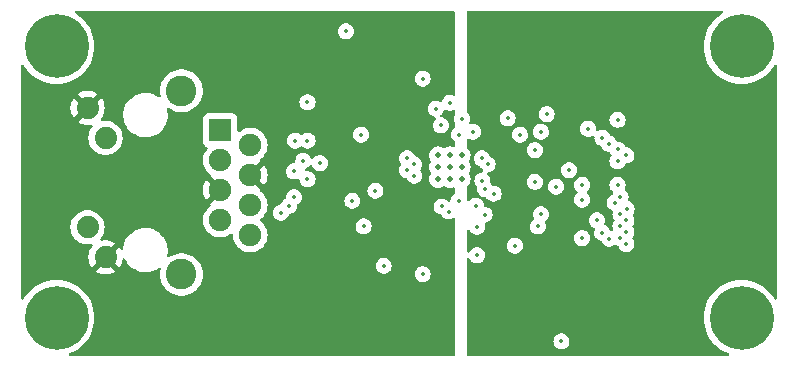
<source format=gbr>
G04 #@! TF.GenerationSoftware,KiCad,Pcbnew,7.0.7-2.fc38*
G04 #@! TF.CreationDate,2023-10-29T11:35:08+01:00*
G04 #@! TF.ProjectId,mangopimqpro-lan8720,6d616e67-6f70-4696-9d71-70726f2d6c61,rev?*
G04 #@! TF.SameCoordinates,Original*
G04 #@! TF.FileFunction,Copper,L3,Inr*
G04 #@! TF.FilePolarity,Positive*
%FSLAX46Y46*%
G04 Gerber Fmt 4.6, Leading zero omitted, Abs format (unit mm)*
G04 Created by KiCad (PCBNEW 7.0.7-2.fc38) date 2023-10-29 11:35:08*
%MOMM*%
%LPD*%
G01*
G04 APERTURE LIST*
G04 #@! TA.AperFunction,ComponentPad*
%ADD10C,1.890000*%
G04 #@! TD*
G04 #@! TA.AperFunction,ComponentPad*
%ADD11R,1.900000X1.900000*%
G04 #@! TD*
G04 #@! TA.AperFunction,ComponentPad*
%ADD12C,1.900000*%
G04 #@! TD*
G04 #@! TA.AperFunction,ComponentPad*
%ADD13C,2.600000*%
G04 #@! TD*
G04 #@! TA.AperFunction,ComponentPad*
%ADD14C,5.400000*%
G04 #@! TD*
G04 #@! TA.AperFunction,ComponentPad*
%ADD15C,0.500000*%
G04 #@! TD*
G04 #@! TA.AperFunction,ViaPad*
%ADD16C,0.350000*%
G04 #@! TD*
G04 APERTURE END LIST*
D10*
X20150000Y-45875000D03*
X18630000Y-43335000D03*
X20150000Y-35765000D03*
X18630000Y-33225000D03*
D11*
X29870000Y-35105000D03*
D12*
X32410000Y-36375000D03*
X29870000Y-37645000D03*
X32410000Y-38915000D03*
X29870000Y-40185000D03*
X32410000Y-41455000D03*
X29870000Y-42725000D03*
X32410000Y-43995000D03*
D13*
X26580000Y-31775000D03*
X26580000Y-47325000D03*
D14*
X74000000Y-28000000D03*
D15*
X48312500Y-39250000D03*
X49312500Y-39250000D03*
X50312500Y-39250000D03*
X48312500Y-38250000D03*
X49312500Y-38250000D03*
X50312500Y-38250000D03*
X48312500Y-37250000D03*
X49312500Y-37250000D03*
X50312500Y-37250000D03*
D14*
X74000000Y-51000000D03*
X16000000Y-51000000D03*
X16000000Y-28000000D03*
D16*
X58750000Y-53000000D03*
X64250000Y-37250000D03*
X42000000Y-43250000D03*
X63500000Y-34250000D03*
X43000000Y-40250000D03*
X56750000Y-43250000D03*
X40500000Y-26750000D03*
X55250000Y-35500000D03*
X57500000Y-33750000D03*
X47000000Y-30750000D03*
X63750000Y-40750000D03*
X47000000Y-47300000D03*
X50325000Y-34150500D03*
X54800000Y-44900000D03*
X64250000Y-44750000D03*
X54200000Y-34100000D03*
X40500000Y-32750000D03*
X43000000Y-36250000D03*
X45500000Y-30250000D03*
X40500000Y-36000000D03*
X40250000Y-39250000D03*
X40300000Y-43500000D03*
X46000000Y-27000000D03*
X47000000Y-43250000D03*
X46250000Y-37000000D03*
X49300000Y-32800000D03*
X63750000Y-44250000D03*
X62800000Y-36275500D03*
X62800000Y-44300000D03*
X62225000Y-35774500D03*
X64250000Y-43750000D03*
X48100000Y-33300000D03*
X62200000Y-43800000D03*
X52500000Y-38000000D03*
X60500000Y-44250000D03*
X59400000Y-38500000D03*
X63750000Y-43250000D03*
X64250000Y-42750000D03*
X61750000Y-42750000D03*
X61000000Y-35000000D03*
X48537000Y-34700000D03*
X63750000Y-42250000D03*
X57000000Y-42250000D03*
X57000000Y-35250000D03*
X51250000Y-35250000D03*
X64275000Y-41775000D03*
X51500000Y-41500000D03*
X60500000Y-41000000D03*
X63250000Y-41250000D03*
X53000000Y-40500000D03*
X60500000Y-39750000D03*
X63500000Y-39750000D03*
X52000000Y-37500000D03*
X63500000Y-37750000D03*
X63500000Y-36750000D03*
X56500000Y-39500000D03*
X52059788Y-39393586D03*
X56500000Y-36800000D03*
X35000000Y-42100000D03*
X49200000Y-42000000D03*
X35659269Y-41525804D03*
X48600000Y-41574500D03*
X51600000Y-43300000D03*
X58300000Y-39900000D03*
X52245878Y-42254122D03*
X43700000Y-46600000D03*
X51600000Y-45700000D03*
X52300000Y-40100000D03*
X50100000Y-35500000D03*
X41800000Y-35500000D03*
X50038000Y-41100000D03*
X41050500Y-41100000D03*
X46300000Y-38000000D03*
X37250000Y-32750000D03*
X38300000Y-37900000D03*
X37250000Y-36000000D03*
X45700000Y-37500000D03*
X36200000Y-36000000D03*
X36900000Y-37700000D03*
X37250000Y-39250000D03*
X46300000Y-38974500D03*
X45700000Y-38500000D03*
X36100000Y-40800000D03*
X36100000Y-38600000D03*
X63500000Y-35250000D03*
X55250000Y-38674500D03*
X56250000Y-30750000D03*
X51900000Y-38500000D03*
X57500000Y-41000000D03*
X55750000Y-51750000D03*
X51750000Y-27000000D03*
X57500000Y-44250000D03*
G04 #@! TA.AperFunction,Conductor*
G36*
X72397070Y-25020185D02*
G01*
X72442825Y-25072989D01*
X72452769Y-25142147D01*
X72423744Y-25205703D01*
X72390012Y-25233028D01*
X72294545Y-25285790D01*
X72001377Y-25493805D01*
X71733339Y-25733339D01*
X71493805Y-26001377D01*
X71285790Y-26294545D01*
X71111905Y-26609168D01*
X70974339Y-26941281D01*
X70874828Y-27286694D01*
X70874826Y-27286703D01*
X70814614Y-27641085D01*
X70814612Y-27641097D01*
X70794457Y-28000000D01*
X70814612Y-28358902D01*
X70814613Y-28358907D01*
X70874827Y-28713300D01*
X70974341Y-29058724D01*
X71111906Y-29390833D01*
X71285789Y-29705452D01*
X71493806Y-29998623D01*
X71733339Y-30266661D01*
X72001377Y-30506194D01*
X72294548Y-30714211D01*
X72609167Y-30888094D01*
X72941276Y-31025659D01*
X73286700Y-31125173D01*
X73641093Y-31185387D01*
X74000000Y-31205543D01*
X74358907Y-31185387D01*
X74713300Y-31125173D01*
X75058724Y-31025659D01*
X75390833Y-30888094D01*
X75705452Y-30714211D01*
X75998623Y-30506194D01*
X76266661Y-30266661D01*
X76506194Y-29998623D01*
X76714211Y-29705452D01*
X76766972Y-29609986D01*
X76816628Y-29560834D01*
X76884976Y-29546331D01*
X76950315Y-29571081D01*
X76991901Y-29627227D01*
X76999500Y-29669968D01*
X76999500Y-49330031D01*
X76979815Y-49397070D01*
X76927011Y-49442825D01*
X76857853Y-49452769D01*
X76794297Y-49423744D01*
X76766972Y-49390012D01*
X76714209Y-49294545D01*
X76506194Y-49001377D01*
X76266661Y-48733339D01*
X75998623Y-48493806D01*
X75998622Y-48493805D01*
X75705454Y-48285790D01*
X75390831Y-48111905D01*
X75304086Y-48075974D01*
X75058724Y-47974341D01*
X75058720Y-47974339D01*
X75058718Y-47974339D01*
X74713305Y-47874828D01*
X74713296Y-47874826D01*
X74358914Y-47814614D01*
X74358902Y-47814612D01*
X74000000Y-47794457D01*
X73641097Y-47814612D01*
X73641085Y-47814614D01*
X73286703Y-47874826D01*
X73286694Y-47874828D01*
X72941281Y-47974339D01*
X72609168Y-48111905D01*
X72294545Y-48285790D01*
X72001377Y-48493805D01*
X71733339Y-48733339D01*
X71493805Y-49001377D01*
X71285790Y-49294545D01*
X71111905Y-49609168D01*
X70974339Y-49941281D01*
X70874828Y-50286694D01*
X70874826Y-50286703D01*
X70814614Y-50641085D01*
X70814612Y-50641097D01*
X70794457Y-50999999D01*
X70814612Y-51358902D01*
X70814614Y-51358914D01*
X70874826Y-51713296D01*
X70874828Y-51713305D01*
X70974339Y-52058718D01*
X71111905Y-52390831D01*
X71285790Y-52705454D01*
X71493805Y-52998622D01*
X71519278Y-53027126D01*
X71733339Y-53266661D01*
X71788805Y-53316228D01*
X72001377Y-53506194D01*
X72184661Y-53636242D01*
X72294548Y-53714211D01*
X72609167Y-53888094D01*
X72905741Y-54010939D01*
X72960143Y-54054780D01*
X72982208Y-54121074D01*
X72964929Y-54188774D01*
X72913791Y-54236384D01*
X72858287Y-54249500D01*
X50874000Y-54249500D01*
X50806961Y-54229815D01*
X50761206Y-54177011D01*
X50750000Y-54125500D01*
X50750000Y-53000000D01*
X58069539Y-53000000D01*
X58089311Y-53162842D01*
X58089312Y-53162845D01*
X58147482Y-53316226D01*
X58240668Y-53451229D01*
X58240670Y-53451231D01*
X58240672Y-53451233D01*
X58363451Y-53560006D01*
X58363452Y-53560006D01*
X58363454Y-53560008D01*
X58508705Y-53636242D01*
X58508707Y-53636242D01*
X58508708Y-53636243D01*
X58667978Y-53675500D01*
X58667979Y-53675500D01*
X58832022Y-53675500D01*
X58991291Y-53636243D01*
X58991291Y-53636242D01*
X58991295Y-53636242D01*
X59136546Y-53560008D01*
X59259332Y-53451229D01*
X59352518Y-53316226D01*
X59410688Y-53162845D01*
X59430461Y-53000000D01*
X59410688Y-52837155D01*
X59352518Y-52683774D01*
X59259332Y-52548771D01*
X59259329Y-52548768D01*
X59259327Y-52548766D01*
X59136548Y-52439993D01*
X58991291Y-52363756D01*
X58832022Y-52324500D01*
X58832021Y-52324500D01*
X58667979Y-52324500D01*
X58667978Y-52324500D01*
X58508708Y-52363756D01*
X58363451Y-52439993D01*
X58240672Y-52548766D01*
X58240666Y-52548773D01*
X58147483Y-52683771D01*
X58089312Y-52837154D01*
X58089311Y-52837157D01*
X58069539Y-52999999D01*
X58069539Y-53000000D01*
X50750000Y-53000000D01*
X50750000Y-46040315D01*
X50769685Y-45973276D01*
X50822489Y-45927521D01*
X50891647Y-45917577D01*
X50955203Y-45946602D01*
X50989941Y-45996343D01*
X50997482Y-46016226D01*
X51090668Y-46151229D01*
X51090670Y-46151231D01*
X51090672Y-46151233D01*
X51213451Y-46260006D01*
X51213452Y-46260006D01*
X51213454Y-46260008D01*
X51358705Y-46336242D01*
X51358707Y-46336242D01*
X51358708Y-46336243D01*
X51517978Y-46375500D01*
X51517979Y-46375500D01*
X51682022Y-46375500D01*
X51841291Y-46336243D01*
X51841291Y-46336242D01*
X51841295Y-46336242D01*
X51986546Y-46260008D01*
X52109332Y-46151229D01*
X52202518Y-46016226D01*
X52260688Y-45862845D01*
X52280461Y-45700000D01*
X52260688Y-45537155D01*
X52202518Y-45383774D01*
X52109332Y-45248771D01*
X52109329Y-45248768D01*
X52109327Y-45248766D01*
X51986548Y-45139993D01*
X51841291Y-45063756D01*
X51682022Y-45024500D01*
X51682021Y-45024500D01*
X51517979Y-45024500D01*
X51517978Y-45024500D01*
X51358708Y-45063756D01*
X51213451Y-45139993D01*
X51090672Y-45248766D01*
X51090666Y-45248773D01*
X50997483Y-45383772D01*
X50997481Y-45383775D01*
X50989941Y-45403657D01*
X50947763Y-45459359D01*
X50882165Y-45483415D01*
X50813975Y-45468187D01*
X50764842Y-45418511D01*
X50750000Y-45359684D01*
X50750000Y-44900000D01*
X54119539Y-44900000D01*
X54139311Y-45062842D01*
X54139312Y-45062845D01*
X54191794Y-45201229D01*
X54197483Y-45216228D01*
X54262214Y-45310006D01*
X54290668Y-45351229D01*
X54290670Y-45351231D01*
X54290672Y-45351233D01*
X54413451Y-45460006D01*
X54413452Y-45460006D01*
X54413454Y-45460008D01*
X54558705Y-45536242D01*
X54558707Y-45536242D01*
X54558708Y-45536243D01*
X54717978Y-45575500D01*
X54717979Y-45575500D01*
X54882022Y-45575500D01*
X55041291Y-45536243D01*
X55041291Y-45536242D01*
X55041295Y-45536242D01*
X55186546Y-45460008D01*
X55309332Y-45351229D01*
X55402518Y-45216226D01*
X55460688Y-45062845D01*
X55480461Y-44900000D01*
X55478790Y-44886242D01*
X55469534Y-44810006D01*
X55460688Y-44737155D01*
X55402518Y-44583774D01*
X55309332Y-44448771D01*
X55309329Y-44448768D01*
X55309327Y-44448766D01*
X55186548Y-44339993D01*
X55041291Y-44263756D01*
X54985480Y-44250000D01*
X59819539Y-44250000D01*
X59839311Y-44412842D01*
X59839312Y-44412845D01*
X59897483Y-44566228D01*
X59931995Y-44616227D01*
X59990668Y-44701229D01*
X59990670Y-44701231D01*
X59990672Y-44701233D01*
X60113451Y-44810006D01*
X60113452Y-44810006D01*
X60113454Y-44810008D01*
X60258705Y-44886242D01*
X60258707Y-44886242D01*
X60258708Y-44886243D01*
X60417978Y-44925500D01*
X60417979Y-44925500D01*
X60582022Y-44925500D01*
X60741291Y-44886243D01*
X60741291Y-44886242D01*
X60741295Y-44886242D01*
X60886546Y-44810008D01*
X61009332Y-44701229D01*
X61102518Y-44566226D01*
X61160688Y-44412845D01*
X61180461Y-44250000D01*
X61160688Y-44087155D01*
X61102518Y-43933774D01*
X61009332Y-43798771D01*
X61009329Y-43798768D01*
X61009327Y-43798766D01*
X60886548Y-43689993D01*
X60741291Y-43613756D01*
X60582022Y-43574500D01*
X60582021Y-43574500D01*
X60417979Y-43574500D01*
X60417978Y-43574500D01*
X60258708Y-43613756D01*
X60113451Y-43689993D01*
X59990672Y-43798766D01*
X59990666Y-43798773D01*
X59897483Y-43933771D01*
X59839312Y-44087154D01*
X59839311Y-44087157D01*
X59819539Y-44249999D01*
X59819539Y-44250000D01*
X54985480Y-44250000D01*
X54882022Y-44224500D01*
X54882021Y-44224500D01*
X54717979Y-44224500D01*
X54717978Y-44224500D01*
X54558708Y-44263756D01*
X54413451Y-44339993D01*
X54290672Y-44448766D01*
X54290666Y-44448773D01*
X54197483Y-44583771D01*
X54139312Y-44737154D01*
X54139311Y-44737157D01*
X54119539Y-44899999D01*
X54119539Y-44900000D01*
X50750000Y-44900000D01*
X50750000Y-43640315D01*
X50769685Y-43573276D01*
X50822489Y-43527521D01*
X50891647Y-43517577D01*
X50955203Y-43546602D01*
X50989941Y-43596343D01*
X50997482Y-43616226D01*
X51090668Y-43751229D01*
X51090670Y-43751231D01*
X51090672Y-43751233D01*
X51213451Y-43860006D01*
X51213452Y-43860006D01*
X51213454Y-43860008D01*
X51358705Y-43936242D01*
X51358707Y-43936242D01*
X51358708Y-43936243D01*
X51517978Y-43975500D01*
X51517979Y-43975500D01*
X51682022Y-43975500D01*
X51841291Y-43936243D01*
X51841291Y-43936242D01*
X51841295Y-43936242D01*
X51986546Y-43860008D01*
X52109332Y-43751229D01*
X52202518Y-43616226D01*
X52260688Y-43462845D01*
X52280461Y-43300000D01*
X52274390Y-43250000D01*
X56069539Y-43250000D01*
X56089311Y-43412842D01*
X56089312Y-43412845D01*
X56108273Y-43462842D01*
X56147483Y-43566228D01*
X56214804Y-43663758D01*
X56240668Y-43701229D01*
X56240670Y-43701231D01*
X56240672Y-43701233D01*
X56363451Y-43810006D01*
X56363452Y-43810006D01*
X56363454Y-43810008D01*
X56508705Y-43886242D01*
X56508707Y-43886242D01*
X56508708Y-43886243D01*
X56667978Y-43925500D01*
X56667979Y-43925500D01*
X56832022Y-43925500D01*
X56991291Y-43886243D01*
X56991291Y-43886242D01*
X56991295Y-43886242D01*
X57136546Y-43810008D01*
X57259332Y-43701229D01*
X57352518Y-43566226D01*
X57410688Y-43412845D01*
X57430461Y-43250000D01*
X57410688Y-43087155D01*
X57356291Y-42943724D01*
X57350925Y-42874065D01*
X57384072Y-42812558D01*
X57389977Y-42806968D01*
X57454281Y-42750000D01*
X61069539Y-42750000D01*
X61089311Y-42912842D01*
X61089312Y-42912844D01*
X61089312Y-42912845D01*
X61144432Y-43058185D01*
X61147483Y-43066228D01*
X61166228Y-43093384D01*
X61240668Y-43201229D01*
X61240670Y-43201231D01*
X61240672Y-43201233D01*
X61363451Y-43310006D01*
X61363452Y-43310006D01*
X61363454Y-43310008D01*
X61508705Y-43386242D01*
X61508708Y-43386242D01*
X61515347Y-43389727D01*
X61513911Y-43392461D01*
X61558379Y-43426096D01*
X61582470Y-43491682D01*
X61574685Y-43543882D01*
X61539313Y-43637151D01*
X61539311Y-43637157D01*
X61519539Y-43799999D01*
X61519539Y-43800000D01*
X61539311Y-43962842D01*
X61539312Y-43962845D01*
X61597482Y-44116226D01*
X61690668Y-44251229D01*
X61690670Y-44251231D01*
X61690672Y-44251233D01*
X61813451Y-44360006D01*
X61813452Y-44360006D01*
X61813454Y-44360008D01*
X61958705Y-44436242D01*
X61958707Y-44436242D01*
X61958708Y-44436243D01*
X62033158Y-44454593D01*
X62083616Y-44467030D01*
X62143997Y-44502186D01*
X62169883Y-44543455D01*
X62197482Y-44616227D01*
X62256153Y-44701226D01*
X62290668Y-44751229D01*
X62290670Y-44751231D01*
X62290672Y-44751233D01*
X62413451Y-44860006D01*
X62413452Y-44860006D01*
X62413454Y-44860008D01*
X62558705Y-44936242D01*
X62558707Y-44936242D01*
X62558708Y-44936243D01*
X62717978Y-44975500D01*
X62717979Y-44975500D01*
X62882022Y-44975500D01*
X63041291Y-44936243D01*
X63041291Y-44936242D01*
X63041295Y-44936242D01*
X63186546Y-44860008D01*
X63223735Y-44827060D01*
X63286967Y-44797339D01*
X63356231Y-44806521D01*
X63363589Y-44810079D01*
X63508703Y-44886241D01*
X63508705Y-44886242D01*
X63523304Y-44889840D01*
X63583683Y-44924994D01*
X63609572Y-44966266D01*
X63647482Y-45066226D01*
X63740668Y-45201229D01*
X63740670Y-45201231D01*
X63740672Y-45201233D01*
X63863451Y-45310006D01*
X63863452Y-45310006D01*
X63863454Y-45310008D01*
X64008705Y-45386242D01*
X64008707Y-45386242D01*
X64008708Y-45386243D01*
X64167978Y-45425500D01*
X64167979Y-45425500D01*
X64332022Y-45425500D01*
X64491291Y-45386243D01*
X64491291Y-45386242D01*
X64491295Y-45386242D01*
X64636546Y-45310008D01*
X64759332Y-45201229D01*
X64852518Y-45066226D01*
X64910688Y-44912845D01*
X64930461Y-44750000D01*
X64910688Y-44587155D01*
X64852518Y-44433774D01*
X64774288Y-44320439D01*
X64752406Y-44254086D01*
X64769871Y-44186434D01*
X64774289Y-44179560D01*
X64838070Y-44087157D01*
X64852518Y-44066226D01*
X64910688Y-43912845D01*
X64930461Y-43750000D01*
X64910688Y-43587155D01*
X64852518Y-43433774D01*
X64822114Y-43389727D01*
X64774289Y-43320440D01*
X64752406Y-43254086D01*
X64769871Y-43186434D01*
X64774289Y-43179560D01*
X64785196Y-43163758D01*
X64852518Y-43066226D01*
X64910688Y-42912845D01*
X64930461Y-42750000D01*
X64910688Y-42587155D01*
X64852518Y-42433774D01*
X64795417Y-42351049D01*
X64773534Y-42284695D01*
X64790999Y-42217043D01*
X64795417Y-42210169D01*
X64805760Y-42195185D01*
X64877518Y-42091226D01*
X64935688Y-41937845D01*
X64955461Y-41775000D01*
X64935688Y-41612155D01*
X64877518Y-41458774D01*
X64784332Y-41323771D01*
X64784329Y-41323768D01*
X64784327Y-41323766D01*
X64661548Y-41214993D01*
X64516291Y-41138756D01*
X64477262Y-41129137D01*
X64416881Y-41093980D01*
X64385093Y-41031761D01*
X64390996Y-40964767D01*
X64396131Y-40951229D01*
X64410688Y-40912845D01*
X64430461Y-40750000D01*
X64410688Y-40587155D01*
X64352518Y-40433774D01*
X64259332Y-40298771D01*
X64259329Y-40298768D01*
X64259327Y-40298766D01*
X64140007Y-40193058D01*
X64102880Y-40133869D01*
X64103648Y-40064003D01*
X64106278Y-40056309D01*
X64160688Y-39912845D01*
X64180461Y-39750000D01*
X64160688Y-39587155D01*
X64102518Y-39433774D01*
X64009332Y-39298771D01*
X64009329Y-39298768D01*
X64009327Y-39298766D01*
X63886548Y-39189993D01*
X63741291Y-39113756D01*
X63582022Y-39074500D01*
X63582021Y-39074500D01*
X63417979Y-39074500D01*
X63417978Y-39074500D01*
X63258708Y-39113756D01*
X63113451Y-39189993D01*
X62990672Y-39298766D01*
X62990666Y-39298773D01*
X62897483Y-39433771D01*
X62839312Y-39587154D01*
X62839311Y-39587157D01*
X62819539Y-39749999D01*
X62819539Y-39750000D01*
X62839311Y-39912842D01*
X62839312Y-39912844D01*
X62839312Y-39912845D01*
X62874356Y-40005249D01*
X62897483Y-40066228D01*
X62972909Y-40175500D01*
X62990668Y-40201229D01*
X62990670Y-40201231D01*
X62990672Y-40201233D01*
X63109992Y-40306941D01*
X63147119Y-40366130D01*
X63146351Y-40435995D01*
X63143706Y-40443728D01*
X63109570Y-40533734D01*
X63067392Y-40589437D01*
X63023311Y-40610157D01*
X63008705Y-40613757D01*
X63008701Y-40613759D01*
X62863455Y-40689990D01*
X62863453Y-40689992D01*
X62740672Y-40798766D01*
X62740666Y-40798773D01*
X62647483Y-40933771D01*
X62589312Y-41087154D01*
X62589311Y-41087157D01*
X62569539Y-41249999D01*
X62569539Y-41250000D01*
X62589311Y-41412842D01*
X62589312Y-41412845D01*
X62647483Y-41566228D01*
X62695811Y-41636243D01*
X62740668Y-41701229D01*
X62740670Y-41701231D01*
X62740672Y-41701233D01*
X62863451Y-41810006D01*
X62863452Y-41810006D01*
X62863454Y-41810008D01*
X63008705Y-41886242D01*
X63008708Y-41886242D01*
X63008709Y-41886243D01*
X63016202Y-41888090D01*
X63076583Y-41923245D01*
X63108372Y-41985464D01*
X63102470Y-42052457D01*
X63089313Y-42087148D01*
X63089311Y-42087157D01*
X63069539Y-42249999D01*
X63069539Y-42250000D01*
X63089311Y-42412842D01*
X63089312Y-42412845D01*
X63147483Y-42566228D01*
X63225710Y-42679559D01*
X63247593Y-42745913D01*
X63230128Y-42813565D01*
X63225711Y-42820438D01*
X63147483Y-42933772D01*
X63089312Y-43087154D01*
X63089311Y-43087157D01*
X63069539Y-43249999D01*
X63069539Y-43250000D01*
X63089311Y-43412842D01*
X63089312Y-43412848D01*
X63115454Y-43481776D01*
X63120821Y-43551439D01*
X63087674Y-43612945D01*
X63026536Y-43646767D01*
X62969837Y-43646144D01*
X62916383Y-43632969D01*
X62856003Y-43597813D01*
X62830116Y-43556543D01*
X62802518Y-43483774D01*
X62762706Y-43426096D01*
X62709332Y-43348771D01*
X62709329Y-43348768D01*
X62709327Y-43348766D01*
X62586546Y-43239992D01*
X62586544Y-43239990D01*
X62434654Y-43160272D01*
X62436078Y-43157558D01*
X62391541Y-43123796D01*
X62367521Y-43058185D01*
X62375313Y-43006120D01*
X62410688Y-42912845D01*
X62430461Y-42750000D01*
X62410688Y-42587155D01*
X62352518Y-42433774D01*
X62259332Y-42298771D01*
X62259329Y-42298768D01*
X62259327Y-42298766D01*
X62136548Y-42189993D01*
X61991291Y-42113756D01*
X61832022Y-42074500D01*
X61832021Y-42074500D01*
X61667979Y-42074500D01*
X61667978Y-42074500D01*
X61508708Y-42113756D01*
X61363451Y-42189993D01*
X61240672Y-42298766D01*
X61240666Y-42298773D01*
X61147483Y-42433771D01*
X61089312Y-42587154D01*
X61089311Y-42587157D01*
X61069539Y-42749999D01*
X61069539Y-42750000D01*
X57454281Y-42750000D01*
X57509332Y-42701229D01*
X57602518Y-42566226D01*
X57660688Y-42412845D01*
X57680461Y-42250000D01*
X57660688Y-42087155D01*
X57602518Y-41933774D01*
X57509332Y-41798771D01*
X57509329Y-41798768D01*
X57509327Y-41798766D01*
X57386548Y-41689993D01*
X57241291Y-41613756D01*
X57082022Y-41574500D01*
X57082021Y-41574500D01*
X56917979Y-41574500D01*
X56917978Y-41574500D01*
X56758708Y-41613756D01*
X56613451Y-41689993D01*
X56490672Y-41798766D01*
X56490666Y-41798773D01*
X56397483Y-41933771D01*
X56339312Y-42087154D01*
X56339311Y-42087157D01*
X56319539Y-42249999D01*
X56319539Y-42250000D01*
X56339311Y-42412842D01*
X56339312Y-42412848D01*
X56393707Y-42556272D01*
X56399074Y-42625935D01*
X56365927Y-42687441D01*
X56359993Y-42693058D01*
X56240668Y-42798770D01*
X56240666Y-42798773D01*
X56147483Y-42933771D01*
X56089312Y-43087154D01*
X56089311Y-43087157D01*
X56069539Y-43249999D01*
X56069539Y-43250000D01*
X52274390Y-43250000D01*
X52260688Y-43137155D01*
X52260687Y-43137153D01*
X52260687Y-43137151D01*
X52244088Y-43093384D01*
X52238721Y-43023721D01*
X52271868Y-42962215D01*
X52330352Y-42929017D01*
X52487173Y-42890364D01*
X52632424Y-42814130D01*
X52755210Y-42705351D01*
X52848396Y-42570348D01*
X52906566Y-42416967D01*
X52926339Y-42254122D01*
X52925838Y-42250000D01*
X52918552Y-42189992D01*
X52906566Y-42091277D01*
X52848396Y-41937896D01*
X52755210Y-41802893D01*
X52755207Y-41802890D01*
X52755205Y-41802888D01*
X52632426Y-41694115D01*
X52572846Y-41662845D01*
X52487173Y-41617880D01*
X52487172Y-41617879D01*
X52487169Y-41617878D01*
X52327900Y-41578622D01*
X52327899Y-41578622D01*
X52299862Y-41578622D01*
X52232823Y-41558937D01*
X52187068Y-41506133D01*
X52176766Y-41469568D01*
X52160688Y-41337157D01*
X52160688Y-41337155D01*
X52102518Y-41183774D01*
X52009332Y-41048771D01*
X52009329Y-41048768D01*
X52009327Y-41048766D01*
X51886548Y-40939993D01*
X51741291Y-40863756D01*
X51582022Y-40824500D01*
X51582021Y-40824500D01*
X51417979Y-40824500D01*
X51417978Y-40824500D01*
X51258708Y-40863756D01*
X51113451Y-40939993D01*
X50990672Y-41048766D01*
X50990667Y-41048771D01*
X50976049Y-41069950D01*
X50921765Y-41113939D01*
X50852317Y-41121597D01*
X50789752Y-41090493D01*
X50753936Y-41030502D01*
X50750000Y-40999508D01*
X50750000Y-39925228D01*
X50769685Y-39858189D01*
X50786310Y-39837556D01*
X50902977Y-39720890D01*
X50909938Y-39709812D01*
X50992952Y-39577697D01*
X50992954Y-39577694D01*
X50992954Y-39577692D01*
X50992956Y-39577690D01*
X51048813Y-39418059D01*
X51048813Y-39418058D01*
X51048814Y-39418056D01*
X51067749Y-39250002D01*
X51067749Y-39249997D01*
X51048814Y-39081943D01*
X51030193Y-39028730D01*
X50992956Y-38922310D01*
X50992954Y-38922307D01*
X50992954Y-38922306D01*
X50937202Y-38833579D01*
X50926138Y-38815971D01*
X50907138Y-38748737D01*
X50926138Y-38684029D01*
X50992956Y-38577690D01*
X51048813Y-38418059D01*
X51048813Y-38418058D01*
X51048814Y-38418056D01*
X51067749Y-38250002D01*
X51067749Y-38249997D01*
X51048814Y-38081943D01*
X51020140Y-37999999D01*
X50992956Y-37922310D01*
X50992954Y-37922307D01*
X50992954Y-37922306D01*
X50956164Y-37863756D01*
X50926138Y-37815971D01*
X50907138Y-37748737D01*
X50926138Y-37684029D01*
X50992956Y-37577690D01*
X51020141Y-37500000D01*
X51319539Y-37500000D01*
X51339311Y-37662842D01*
X51339312Y-37662845D01*
X51397483Y-37816228D01*
X51445811Y-37886243D01*
X51490668Y-37951229D01*
X51490670Y-37951231D01*
X51490672Y-37951233D01*
X51613451Y-38060006D01*
X51613452Y-38060006D01*
X51613454Y-38060008D01*
X51758705Y-38136242D01*
X51773304Y-38139840D01*
X51833683Y-38174994D01*
X51859572Y-38216266D01*
X51897482Y-38316226D01*
X51967770Y-38418056D01*
X51990666Y-38451226D01*
X51990668Y-38451229D01*
X52047797Y-38501841D01*
X52084923Y-38561031D01*
X52084155Y-38630896D01*
X52045737Y-38689256D01*
X51985021Y-38716180D01*
X51985049Y-38716291D01*
X51984426Y-38716444D01*
X51981866Y-38717580D01*
X51980517Y-38717752D01*
X51977766Y-38718086D01*
X51818496Y-38757342D01*
X51673239Y-38833579D01*
X51550460Y-38942352D01*
X51550454Y-38942359D01*
X51457271Y-39077357D01*
X51399100Y-39230740D01*
X51399099Y-39230743D01*
X51379327Y-39393585D01*
X51379327Y-39393586D01*
X51399099Y-39556428D01*
X51399100Y-39556431D01*
X51457271Y-39709814D01*
X51476145Y-39737157D01*
X51550456Y-39844815D01*
X51550458Y-39844817D01*
X51550460Y-39844819D01*
X51592091Y-39881701D01*
X51629218Y-39940890D01*
X51632960Y-39989462D01*
X51619539Y-40099999D01*
X51619539Y-40100000D01*
X51639311Y-40262842D01*
X51639312Y-40262845D01*
X51656035Y-40306941D01*
X51697483Y-40416228D01*
X51733091Y-40467815D01*
X51790668Y-40551229D01*
X51790670Y-40551231D01*
X51790672Y-40551233D01*
X51913451Y-40660006D01*
X51913452Y-40660006D01*
X51913454Y-40660008D01*
X52058705Y-40736242D01*
X52058707Y-40736242D01*
X52058708Y-40736243D01*
X52217978Y-40775500D01*
X52304291Y-40775500D01*
X52371330Y-40795185D01*
X52406340Y-40829059D01*
X52490668Y-40951229D01*
X52490670Y-40951231D01*
X52490672Y-40951233D01*
X52613451Y-41060006D01*
X52613452Y-41060006D01*
X52613454Y-41060008D01*
X52758705Y-41136242D01*
X52758707Y-41136242D01*
X52758708Y-41136243D01*
X52917978Y-41175500D01*
X52917979Y-41175500D01*
X53082022Y-41175500D01*
X53241291Y-41136243D01*
X53241291Y-41136242D01*
X53241295Y-41136242D01*
X53386546Y-41060008D01*
X53454281Y-41000000D01*
X59819539Y-41000000D01*
X59839311Y-41162842D01*
X59839312Y-41162845D01*
X59897483Y-41316228D01*
X59964171Y-41412842D01*
X59990668Y-41451229D01*
X59990670Y-41451231D01*
X59990672Y-41451233D01*
X60113451Y-41560006D01*
X60113452Y-41560006D01*
X60113454Y-41560008D01*
X60258705Y-41636242D01*
X60258707Y-41636242D01*
X60258708Y-41636243D01*
X60417978Y-41675500D01*
X60417979Y-41675500D01*
X60582022Y-41675500D01*
X60741291Y-41636243D01*
X60741291Y-41636242D01*
X60741295Y-41636242D01*
X60886546Y-41560008D01*
X61009332Y-41451229D01*
X61102518Y-41316226D01*
X61160688Y-41162845D01*
X61180461Y-41000000D01*
X61160688Y-40837155D01*
X61102518Y-40683774D01*
X61009332Y-40548771D01*
X61009329Y-40548768D01*
X61009327Y-40548766D01*
X60917952Y-40467815D01*
X60880825Y-40408626D01*
X60881593Y-40338760D01*
X60917952Y-40282185D01*
X60956444Y-40248083D01*
X61009332Y-40201229D01*
X61102518Y-40066226D01*
X61160688Y-39912845D01*
X61180461Y-39750000D01*
X61160688Y-39587155D01*
X61102518Y-39433774D01*
X61009332Y-39298771D01*
X61009329Y-39298768D01*
X61009327Y-39298766D01*
X60886548Y-39189993D01*
X60741291Y-39113756D01*
X60582022Y-39074500D01*
X60582021Y-39074500D01*
X60417979Y-39074500D01*
X60417978Y-39074500D01*
X60258708Y-39113756D01*
X60113451Y-39189993D01*
X59990672Y-39298766D01*
X59990666Y-39298773D01*
X59897483Y-39433771D01*
X59839312Y-39587154D01*
X59839311Y-39587157D01*
X59819539Y-39749999D01*
X59819539Y-39750000D01*
X59839311Y-39912842D01*
X59839312Y-39912844D01*
X59839312Y-39912845D01*
X59874356Y-40005249D01*
X59897483Y-40066228D01*
X59990666Y-40201226D01*
X59990668Y-40201229D01*
X60082048Y-40282185D01*
X60119174Y-40341375D01*
X60118406Y-40411240D01*
X60082048Y-40467815D01*
X59990668Y-40548770D01*
X59990666Y-40548773D01*
X59897483Y-40683771D01*
X59839312Y-40837154D01*
X59839311Y-40837157D01*
X59819539Y-40999999D01*
X59819539Y-41000000D01*
X53454281Y-41000000D01*
X53509332Y-40951229D01*
X53602518Y-40816226D01*
X53660688Y-40662845D01*
X53680461Y-40500000D01*
X53660688Y-40337155D01*
X53602518Y-40183774D01*
X53509332Y-40048771D01*
X53509329Y-40048768D01*
X53509327Y-40048766D01*
X53386548Y-39939993D01*
X53241291Y-39863756D01*
X53082022Y-39824500D01*
X53082021Y-39824500D01*
X52995709Y-39824500D01*
X52928670Y-39804815D01*
X52893659Y-39770940D01*
X52879205Y-39750000D01*
X52809332Y-39648771D01*
X52809330Y-39648769D01*
X52767694Y-39611882D01*
X52730569Y-39552692D01*
X52726827Y-39504124D01*
X52727328Y-39500000D01*
X55819539Y-39500000D01*
X55839311Y-39662842D01*
X55839312Y-39662845D01*
X55893154Y-39804815D01*
X55897483Y-39816228D01*
X55930291Y-39863758D01*
X55990668Y-39951229D01*
X55990670Y-39951231D01*
X55990672Y-39951233D01*
X56113451Y-40060006D01*
X56113452Y-40060006D01*
X56113454Y-40060008D01*
X56258705Y-40136242D01*
X56258707Y-40136242D01*
X56258708Y-40136243D01*
X56417978Y-40175500D01*
X56417979Y-40175500D01*
X56582022Y-40175500D01*
X56741291Y-40136243D01*
X56741291Y-40136242D01*
X56741295Y-40136242D01*
X56886546Y-40060008D01*
X57009332Y-39951229D01*
X57044693Y-39900000D01*
X57619539Y-39900000D01*
X57639311Y-40062842D01*
X57639312Y-40062845D01*
X57697482Y-40216226D01*
X57790668Y-40351229D01*
X57790670Y-40351231D01*
X57790672Y-40351233D01*
X57913451Y-40460006D01*
X57913452Y-40460006D01*
X57913454Y-40460008D01*
X58058705Y-40536242D01*
X58058707Y-40536242D01*
X58058708Y-40536243D01*
X58217978Y-40575500D01*
X58217979Y-40575500D01*
X58382022Y-40575500D01*
X58541291Y-40536243D01*
X58541291Y-40536242D01*
X58541295Y-40536242D01*
X58686546Y-40460008D01*
X58809332Y-40351229D01*
X58902518Y-40216226D01*
X58960688Y-40062845D01*
X58980461Y-39900000D01*
X58960688Y-39737155D01*
X58902518Y-39583774D01*
X58809332Y-39448771D01*
X58809329Y-39448768D01*
X58809327Y-39448766D01*
X58686548Y-39339993D01*
X58541291Y-39263756D01*
X58382022Y-39224500D01*
X58382021Y-39224500D01*
X58217979Y-39224500D01*
X58217978Y-39224500D01*
X58058708Y-39263756D01*
X57913451Y-39339993D01*
X57790672Y-39448766D01*
X57790666Y-39448773D01*
X57697483Y-39583771D01*
X57639312Y-39737154D01*
X57639311Y-39737157D01*
X57619539Y-39899999D01*
X57619539Y-39900000D01*
X57044693Y-39900000D01*
X57102518Y-39816226D01*
X57160688Y-39662845D01*
X57180461Y-39500000D01*
X57160688Y-39337155D01*
X57102518Y-39183774D01*
X57009332Y-39048771D01*
X57009329Y-39048768D01*
X57009327Y-39048766D01*
X56886548Y-38939993D01*
X56741291Y-38863756D01*
X56582022Y-38824500D01*
X56582021Y-38824500D01*
X56417979Y-38824500D01*
X56417978Y-38824500D01*
X56258708Y-38863756D01*
X56113451Y-38939993D01*
X55990672Y-39048766D01*
X55990666Y-39048773D01*
X55897483Y-39183771D01*
X55839312Y-39337154D01*
X55839311Y-39337157D01*
X55819539Y-39499999D01*
X55819539Y-39500000D01*
X52727328Y-39500000D01*
X52740249Y-39393586D01*
X52720476Y-39230741D01*
X52662306Y-39077360D01*
X52569120Y-38942357D01*
X52566452Y-38939993D01*
X52511990Y-38891744D01*
X52474864Y-38832554D01*
X52475632Y-38762689D01*
X52514050Y-38704329D01*
X52574765Y-38677404D01*
X52574739Y-38677295D01*
X52575353Y-38677143D01*
X52577921Y-38676005D01*
X52579284Y-38675832D01*
X52582014Y-38675500D01*
X52582021Y-38675500D01*
X52741295Y-38636242D01*
X52886546Y-38560008D01*
X52954281Y-38500000D01*
X58719539Y-38500000D01*
X58739311Y-38662842D01*
X58739312Y-38662845D01*
X58759581Y-38716291D01*
X58797483Y-38816228D01*
X58830291Y-38863758D01*
X58890668Y-38951229D01*
X58890670Y-38951231D01*
X58890672Y-38951233D01*
X59013451Y-39060006D01*
X59013452Y-39060006D01*
X59013454Y-39060008D01*
X59158705Y-39136242D01*
X59158707Y-39136242D01*
X59158708Y-39136243D01*
X59317978Y-39175500D01*
X59317979Y-39175500D01*
X59482022Y-39175500D01*
X59641291Y-39136243D01*
X59641291Y-39136242D01*
X59641295Y-39136242D01*
X59786546Y-39060008D01*
X59909332Y-38951229D01*
X60002518Y-38816226D01*
X60060688Y-38662845D01*
X60080461Y-38500000D01*
X60060688Y-38337155D01*
X60002518Y-38183774D01*
X59909332Y-38048771D01*
X59909329Y-38048768D01*
X59909327Y-38048766D01*
X59786548Y-37939993D01*
X59641291Y-37863756D01*
X59482022Y-37824500D01*
X59482021Y-37824500D01*
X59317979Y-37824500D01*
X59317978Y-37824500D01*
X59158708Y-37863756D01*
X59013451Y-37939993D01*
X58890672Y-38048766D01*
X58890666Y-38048773D01*
X58797483Y-38183771D01*
X58739312Y-38337154D01*
X58739311Y-38337157D01*
X58719539Y-38499999D01*
X58719539Y-38500000D01*
X52954281Y-38500000D01*
X53009332Y-38451229D01*
X53102518Y-38316226D01*
X53160688Y-38162845D01*
X53180461Y-38000000D01*
X53160688Y-37837155D01*
X53102518Y-37683774D01*
X53009332Y-37548771D01*
X53009329Y-37548768D01*
X53009327Y-37548766D01*
X52886546Y-37439992D01*
X52886544Y-37439990D01*
X52741294Y-37363757D01*
X52726690Y-37360157D01*
X52666310Y-37324998D01*
X52640427Y-37283732D01*
X52626084Y-37245913D01*
X52602518Y-37183774D01*
X52509332Y-37048771D01*
X52509329Y-37048768D01*
X52509327Y-37048766D01*
X52386548Y-36939993D01*
X52241291Y-36863756D01*
X52082022Y-36824500D01*
X52082021Y-36824500D01*
X51917979Y-36824500D01*
X51917978Y-36824500D01*
X51758708Y-36863756D01*
X51613451Y-36939993D01*
X51490672Y-37048766D01*
X51490666Y-37048773D01*
X51397483Y-37183771D01*
X51339312Y-37337154D01*
X51339311Y-37337157D01*
X51319539Y-37499999D01*
X51319539Y-37500000D01*
X51020141Y-37500000D01*
X51048813Y-37418059D01*
X51048813Y-37418058D01*
X51048814Y-37418056D01*
X51067749Y-37250002D01*
X51067749Y-37249997D01*
X51048814Y-37081943D01*
X51002995Y-36951000D01*
X50992956Y-36922310D01*
X50992955Y-36922309D01*
X50992954Y-36922305D01*
X50992952Y-36922302D01*
X50916104Y-36800000D01*
X55819539Y-36800000D01*
X55839311Y-36962842D01*
X55839312Y-36962845D01*
X55897482Y-37116226D01*
X55990668Y-37251229D01*
X55990670Y-37251231D01*
X55990672Y-37251233D01*
X56113451Y-37360006D01*
X56113452Y-37360006D01*
X56113454Y-37360008D01*
X56258705Y-37436242D01*
X56258707Y-37436242D01*
X56258708Y-37436243D01*
X56417978Y-37475500D01*
X56417979Y-37475500D01*
X56582022Y-37475500D01*
X56741291Y-37436243D01*
X56741291Y-37436242D01*
X56741295Y-37436242D01*
X56886546Y-37360008D01*
X57009332Y-37251229D01*
X57102518Y-37116226D01*
X57160688Y-36962845D01*
X57180461Y-36800000D01*
X57160688Y-36637155D01*
X57102518Y-36483774D01*
X57009332Y-36348771D01*
X57009329Y-36348768D01*
X57009327Y-36348766D01*
X56886548Y-36239993D01*
X56741291Y-36163756D01*
X56582022Y-36124500D01*
X56582021Y-36124500D01*
X56417979Y-36124500D01*
X56417978Y-36124500D01*
X56258708Y-36163756D01*
X56113451Y-36239993D01*
X55990672Y-36348766D01*
X55990666Y-36348773D01*
X55897483Y-36483771D01*
X55839312Y-36637154D01*
X55839311Y-36637157D01*
X55819539Y-36799999D01*
X55819539Y-36800000D01*
X50916104Y-36800000D01*
X50902981Y-36779115D01*
X50902976Y-36779109D01*
X50786318Y-36662451D01*
X50752833Y-36601128D01*
X50750000Y-36574779D01*
X50750000Y-35955579D01*
X50769684Y-35888544D01*
X50822488Y-35842789D01*
X50891646Y-35832845D01*
X50931625Y-35845787D01*
X51008705Y-35886242D01*
X51167978Y-35925500D01*
X51167979Y-35925500D01*
X51332022Y-35925500D01*
X51491291Y-35886243D01*
X51491291Y-35886242D01*
X51491295Y-35886242D01*
X51636546Y-35810008D01*
X51759332Y-35701229D01*
X51852518Y-35566226D01*
X51877634Y-35500000D01*
X54569539Y-35500000D01*
X54589311Y-35662842D01*
X54589312Y-35662845D01*
X54631657Y-35774500D01*
X54647483Y-35816228D01*
X54722909Y-35925500D01*
X54740668Y-35951229D01*
X54740670Y-35951231D01*
X54740672Y-35951233D01*
X54863451Y-36060006D01*
X54863452Y-36060006D01*
X54863454Y-36060008D01*
X55008705Y-36136242D01*
X55008707Y-36136242D01*
X55008708Y-36136243D01*
X55167978Y-36175500D01*
X55167979Y-36175500D01*
X55332022Y-36175500D01*
X55491291Y-36136243D01*
X55491291Y-36136242D01*
X55491295Y-36136242D01*
X55636546Y-36060008D01*
X55759332Y-35951229D01*
X55852518Y-35816226D01*
X55910688Y-35662845D01*
X55930461Y-35500000D01*
X55910688Y-35337155D01*
X55877634Y-35250000D01*
X56319539Y-35250000D01*
X56339311Y-35412842D01*
X56339312Y-35412845D01*
X56392433Y-35552914D01*
X56397483Y-35566228D01*
X56445811Y-35636243D01*
X56490668Y-35701229D01*
X56490670Y-35701231D01*
X56490672Y-35701233D01*
X56613451Y-35810006D01*
X56613452Y-35810006D01*
X56613454Y-35810008D01*
X56758705Y-35886242D01*
X56758707Y-35886242D01*
X56758708Y-35886243D01*
X56917978Y-35925500D01*
X56917979Y-35925500D01*
X57082022Y-35925500D01*
X57241291Y-35886243D01*
X57241291Y-35886242D01*
X57241295Y-35886242D01*
X57386546Y-35810008D01*
X57509332Y-35701229D01*
X57602518Y-35566226D01*
X57660688Y-35412845D01*
X57680461Y-35250000D01*
X57660688Y-35087155D01*
X57627634Y-35000000D01*
X60319539Y-35000000D01*
X60339311Y-35162842D01*
X60339312Y-35162845D01*
X60397483Y-35316228D01*
X60464171Y-35412842D01*
X60490668Y-35451229D01*
X60490670Y-35451231D01*
X60490672Y-35451233D01*
X60613451Y-35560006D01*
X60613452Y-35560006D01*
X60613454Y-35560008D01*
X60758705Y-35636242D01*
X60758707Y-35636242D01*
X60758708Y-35636243D01*
X60917978Y-35675500D01*
X60917979Y-35675500D01*
X61082022Y-35675500D01*
X61161658Y-35655871D01*
X61241295Y-35636242D01*
X61373910Y-35566639D01*
X61442417Y-35552914D01*
X61507470Y-35578406D01*
X61548415Y-35635022D01*
X61554631Y-35691382D01*
X61544539Y-35774499D01*
X61544539Y-35774500D01*
X61564311Y-35937342D01*
X61564312Y-35937345D01*
X61610831Y-36060006D01*
X61622483Y-36090728D01*
X61653899Y-36136242D01*
X61715668Y-36225729D01*
X61715670Y-36225731D01*
X61715672Y-36225733D01*
X61838451Y-36334506D01*
X61838452Y-36334506D01*
X61838454Y-36334508D01*
X61983705Y-36410742D01*
X62073752Y-36432936D01*
X62080621Y-36434630D01*
X62141001Y-36469787D01*
X62166886Y-36511055D01*
X62191982Y-36577225D01*
X62197482Y-36591726D01*
X62290668Y-36726729D01*
X62290670Y-36726731D01*
X62290672Y-36726733D01*
X62413451Y-36835506D01*
X62413452Y-36835506D01*
X62413454Y-36835508D01*
X62558705Y-36911742D01*
X62558707Y-36911742D01*
X62558708Y-36911743D01*
X62717978Y-36951000D01*
X62717979Y-36951000D01*
X62768191Y-36951000D01*
X62835230Y-36970685D01*
X62880985Y-37023489D01*
X62884133Y-37031028D01*
X62897482Y-37066227D01*
X62975710Y-37179559D01*
X62997593Y-37245913D01*
X62980128Y-37313565D01*
X62975711Y-37320438D01*
X62897483Y-37433772D01*
X62839312Y-37587154D01*
X62839311Y-37587157D01*
X62819539Y-37749999D01*
X62819539Y-37750000D01*
X62839311Y-37912842D01*
X62839312Y-37912845D01*
X62897483Y-38066228D01*
X62948293Y-38139839D01*
X62990668Y-38201229D01*
X62990670Y-38201231D01*
X62990672Y-38201233D01*
X63113451Y-38310006D01*
X63113452Y-38310006D01*
X63113454Y-38310008D01*
X63258705Y-38386242D01*
X63258707Y-38386242D01*
X63258708Y-38386243D01*
X63417978Y-38425500D01*
X63417979Y-38425500D01*
X63582022Y-38425500D01*
X63741291Y-38386243D01*
X63741291Y-38386242D01*
X63741295Y-38386242D01*
X63886546Y-38310008D01*
X64009332Y-38201229D01*
X64102518Y-38066226D01*
X64125537Y-38005528D01*
X64167715Y-37949826D01*
X64233312Y-37925769D01*
X64241479Y-37925500D01*
X64332022Y-37925500D01*
X64491291Y-37886243D01*
X64491291Y-37886242D01*
X64491295Y-37886242D01*
X64636546Y-37810008D01*
X64759332Y-37701229D01*
X64852518Y-37566226D01*
X64910688Y-37412845D01*
X64930461Y-37250000D01*
X64910688Y-37087155D01*
X64852518Y-36933774D01*
X64759332Y-36798771D01*
X64759329Y-36798768D01*
X64759327Y-36798766D01*
X64636548Y-36689993D01*
X64491291Y-36613756D01*
X64332022Y-36574500D01*
X64332021Y-36574500D01*
X64241479Y-36574500D01*
X64174440Y-36554815D01*
X64128685Y-36502011D01*
X64125537Y-36494471D01*
X64102518Y-36433774D01*
X64009332Y-36298771D01*
X64009329Y-36298768D01*
X64009327Y-36298766D01*
X63886548Y-36189993D01*
X63741291Y-36113756D01*
X63582022Y-36074500D01*
X63582021Y-36074500D01*
X63531809Y-36074500D01*
X63464770Y-36054815D01*
X63419015Y-36002011D01*
X63415867Y-35994472D01*
X63402517Y-35959272D01*
X63309333Y-35824273D01*
X63309332Y-35824271D01*
X63309329Y-35824268D01*
X63309327Y-35824266D01*
X63186548Y-35715493D01*
X63159370Y-35701229D01*
X63041295Y-35639258D01*
X63041292Y-35639257D01*
X63041288Y-35639255D01*
X62944377Y-35615368D01*
X62883997Y-35580212D01*
X62858112Y-35538944D01*
X62827518Y-35458274D01*
X62734332Y-35323271D01*
X62734329Y-35323268D01*
X62734327Y-35323266D01*
X62611548Y-35214493D01*
X62466291Y-35138256D01*
X62307022Y-35099000D01*
X62307021Y-35099000D01*
X62142979Y-35099000D01*
X62142978Y-35099000D01*
X61983706Y-35138257D01*
X61851089Y-35207860D01*
X61782581Y-35221584D01*
X61717528Y-35196092D01*
X61676584Y-35139476D01*
X61670368Y-35083119D01*
X61680461Y-35000000D01*
X61660688Y-34837155D01*
X61602518Y-34683774D01*
X61509332Y-34548771D01*
X61509329Y-34548768D01*
X61509327Y-34548766D01*
X61386548Y-34439993D01*
X61241291Y-34363756D01*
X61082022Y-34324500D01*
X61082021Y-34324500D01*
X60917979Y-34324500D01*
X60917978Y-34324500D01*
X60758708Y-34363756D01*
X60613451Y-34439993D01*
X60490672Y-34548766D01*
X60490666Y-34548773D01*
X60397483Y-34683771D01*
X60339312Y-34837154D01*
X60339311Y-34837157D01*
X60319539Y-34999999D01*
X60319539Y-35000000D01*
X57627634Y-35000000D01*
X57602518Y-34933774D01*
X57509332Y-34798771D01*
X57509329Y-34798768D01*
X57509327Y-34798766D01*
X57386546Y-34689992D01*
X57386544Y-34689990D01*
X57312799Y-34651286D01*
X57262587Y-34602702D01*
X57246612Y-34534683D01*
X57269947Y-34468825D01*
X57325183Y-34426038D01*
X57394783Y-34419906D01*
X57400102Y-34421094D01*
X57410210Y-34423585D01*
X57417976Y-34425499D01*
X57417977Y-34425500D01*
X57417979Y-34425500D01*
X57582022Y-34425500D01*
X57741291Y-34386243D01*
X57741291Y-34386242D01*
X57741295Y-34386242D01*
X57886546Y-34310008D01*
X57954281Y-34250000D01*
X62819539Y-34250000D01*
X62839311Y-34412842D01*
X62839312Y-34412845D01*
X62891794Y-34551229D01*
X62897483Y-34566228D01*
X62930291Y-34613758D01*
X62990668Y-34701229D01*
X62990670Y-34701231D01*
X62990672Y-34701233D01*
X63113451Y-34810006D01*
X63113452Y-34810006D01*
X63113454Y-34810008D01*
X63258705Y-34886242D01*
X63258707Y-34886242D01*
X63258708Y-34886243D01*
X63417978Y-34925500D01*
X63417979Y-34925500D01*
X63582022Y-34925500D01*
X63741291Y-34886243D01*
X63741291Y-34886242D01*
X63741295Y-34886242D01*
X63886546Y-34810008D01*
X64009332Y-34701229D01*
X64102518Y-34566226D01*
X64160688Y-34412845D01*
X64180461Y-34250000D01*
X64160688Y-34087155D01*
X64102518Y-33933774D01*
X64009332Y-33798771D01*
X64009329Y-33798768D01*
X64009327Y-33798766D01*
X63886548Y-33689993D01*
X63741291Y-33613756D01*
X63582022Y-33574500D01*
X63582021Y-33574500D01*
X63417979Y-33574500D01*
X63417978Y-33574500D01*
X63258708Y-33613756D01*
X63113451Y-33689993D01*
X62990672Y-33798766D01*
X62990666Y-33798773D01*
X62897483Y-33933771D01*
X62839312Y-34087154D01*
X62839311Y-34087157D01*
X62819539Y-34249999D01*
X62819539Y-34250000D01*
X57954281Y-34250000D01*
X58009332Y-34201229D01*
X58102518Y-34066226D01*
X58160688Y-33912845D01*
X58180461Y-33750000D01*
X58160688Y-33587155D01*
X58102518Y-33433774D01*
X58009332Y-33298771D01*
X58009329Y-33298768D01*
X58009327Y-33298766D01*
X57886548Y-33189993D01*
X57741291Y-33113756D01*
X57582022Y-33074500D01*
X57582021Y-33074500D01*
X57417979Y-33074500D01*
X57417978Y-33074500D01*
X57258708Y-33113756D01*
X57113451Y-33189993D01*
X56990672Y-33298766D01*
X56990666Y-33298773D01*
X56897483Y-33433771D01*
X56839312Y-33587154D01*
X56839311Y-33587157D01*
X56819539Y-33749999D01*
X56819539Y-33750000D01*
X56839311Y-33912842D01*
X56839312Y-33912845D01*
X56867683Y-33987654D01*
X56897483Y-34066228D01*
X56955652Y-34150500D01*
X56990668Y-34201229D01*
X56990670Y-34201231D01*
X56990672Y-34201233D01*
X57113452Y-34310007D01*
X57113454Y-34310008D01*
X57187200Y-34348713D01*
X57237412Y-34397297D01*
X57253387Y-34465316D01*
X57230052Y-34531173D01*
X57174816Y-34573961D01*
X57105216Y-34580093D01*
X57099901Y-34578906D01*
X57082025Y-34574500D01*
X57082021Y-34574500D01*
X56917979Y-34574500D01*
X56917978Y-34574500D01*
X56758708Y-34613756D01*
X56613451Y-34689993D01*
X56490672Y-34798766D01*
X56490666Y-34798773D01*
X56397483Y-34933771D01*
X56339312Y-35087154D01*
X56339311Y-35087157D01*
X56319539Y-35249999D01*
X56319539Y-35250000D01*
X55877634Y-35250000D01*
X55852518Y-35183774D01*
X55759332Y-35048771D01*
X55759329Y-35048768D01*
X55759327Y-35048766D01*
X55636548Y-34939993D01*
X55491291Y-34863756D01*
X55332022Y-34824500D01*
X55332021Y-34824500D01*
X55167979Y-34824500D01*
X55167978Y-34824500D01*
X55008708Y-34863756D01*
X54863451Y-34939993D01*
X54740672Y-35048766D01*
X54740666Y-35048773D01*
X54647483Y-35183771D01*
X54589312Y-35337154D01*
X54589311Y-35337157D01*
X54569539Y-35499999D01*
X54569539Y-35500000D01*
X51877634Y-35500000D01*
X51910688Y-35412845D01*
X51930461Y-35250000D01*
X51910688Y-35087155D01*
X51852518Y-34933774D01*
X51759332Y-34798771D01*
X51759329Y-34798768D01*
X51759327Y-34798766D01*
X51636548Y-34689993D01*
X51491291Y-34613756D01*
X51332022Y-34574500D01*
X51332021Y-34574500D01*
X51167979Y-34574500D01*
X51167977Y-34574500D01*
X51087030Y-34594451D01*
X51017228Y-34591381D01*
X50960166Y-34551061D01*
X50933961Y-34486292D01*
X50941413Y-34430087D01*
X50985688Y-34313345D01*
X51005461Y-34150500D01*
X50999329Y-34100000D01*
X53519539Y-34100000D01*
X53539311Y-34262842D01*
X53539312Y-34262845D01*
X53577583Y-34363758D01*
X53597483Y-34416228D01*
X53645845Y-34486292D01*
X53690668Y-34551229D01*
X53690670Y-34551231D01*
X53690672Y-34551233D01*
X53813451Y-34660006D01*
X53813452Y-34660006D01*
X53813454Y-34660008D01*
X53958705Y-34736242D01*
X53958707Y-34736242D01*
X53958708Y-34736243D01*
X54117978Y-34775500D01*
X54117979Y-34775500D01*
X54282022Y-34775500D01*
X54441291Y-34736243D01*
X54441291Y-34736242D01*
X54441295Y-34736242D01*
X54586546Y-34660008D01*
X54709332Y-34551229D01*
X54802518Y-34416226D01*
X54860688Y-34262845D01*
X54880461Y-34100000D01*
X54860688Y-33937155D01*
X54802518Y-33783774D01*
X54709332Y-33648771D01*
X54709329Y-33648768D01*
X54709327Y-33648766D01*
X54586548Y-33539993D01*
X54441291Y-33463756D01*
X54282022Y-33424500D01*
X54282021Y-33424500D01*
X54117979Y-33424500D01*
X54117978Y-33424500D01*
X53958708Y-33463756D01*
X53813451Y-33539993D01*
X53690672Y-33648766D01*
X53690666Y-33648773D01*
X53597483Y-33783771D01*
X53539312Y-33937154D01*
X53539311Y-33937157D01*
X53519539Y-34099999D01*
X53519539Y-34100000D01*
X50999329Y-34100000D01*
X50985688Y-33987655D01*
X50927518Y-33834274D01*
X50834332Y-33699271D01*
X50791770Y-33661564D01*
X50754645Y-33602377D01*
X50750000Y-33568758D01*
X50750000Y-28000000D01*
X50750000Y-25124499D01*
X50769685Y-25057461D01*
X50822489Y-25011706D01*
X50874000Y-25000500D01*
X72330031Y-25000500D01*
X72397070Y-25020185D01*
G37*
G04 #@! TD.AperFunction*
G04 #@! TA.AperFunction,Conductor*
G36*
X49693039Y-25020185D02*
G01*
X49738794Y-25072989D01*
X49750000Y-25124500D01*
X49750000Y-32068174D01*
X49730315Y-32135213D01*
X49677511Y-32180968D01*
X49608353Y-32190912D01*
X49568375Y-32177971D01*
X49541295Y-32163758D01*
X49541292Y-32163757D01*
X49382022Y-32124500D01*
X49382021Y-32124500D01*
X49217979Y-32124500D01*
X49217978Y-32124500D01*
X49058708Y-32163756D01*
X48913451Y-32239993D01*
X48790672Y-32348766D01*
X48790666Y-32348773D01*
X48697483Y-32483771D01*
X48639312Y-32637154D01*
X48637517Y-32644438D01*
X48634567Y-32643710D01*
X48612383Y-32695131D01*
X48554415Y-32734137D01*
X48484561Y-32735611D01*
X48459356Y-32725721D01*
X48341295Y-32663758D01*
X48341294Y-32663757D01*
X48341291Y-32663756D01*
X48182022Y-32624500D01*
X48182021Y-32624500D01*
X48017979Y-32624500D01*
X48017978Y-32624500D01*
X47858708Y-32663756D01*
X47713451Y-32739993D01*
X47590672Y-32848766D01*
X47590666Y-32848773D01*
X47497483Y-32983771D01*
X47439312Y-33137154D01*
X47439311Y-33137157D01*
X47419539Y-33299999D01*
X47419539Y-33300000D01*
X47439311Y-33462842D01*
X47439312Y-33462845D01*
X47487722Y-33590492D01*
X47497483Y-33616228D01*
X47552407Y-33695799D01*
X47590668Y-33751229D01*
X47590670Y-33751231D01*
X47590672Y-33751233D01*
X47713451Y-33860006D01*
X47713452Y-33860006D01*
X47713454Y-33860008D01*
X47858705Y-33936242D01*
X47858707Y-33936242D01*
X47858708Y-33936243D01*
X48009811Y-33973486D01*
X48017979Y-33975500D01*
X48017983Y-33975500D01*
X48024261Y-33976262D01*
X48088441Y-34003879D01*
X48127502Y-34061810D01*
X48129042Y-34131662D01*
X48092573Y-34191259D01*
X48091552Y-34192174D01*
X48027668Y-34248770D01*
X48027666Y-34248773D01*
X47934483Y-34383771D01*
X47876312Y-34537154D01*
X47876311Y-34537157D01*
X47856539Y-34699999D01*
X47856539Y-34700000D01*
X47876311Y-34862842D01*
X47876312Y-34862845D01*
X47934483Y-35016228D01*
X47974816Y-35074660D01*
X48027668Y-35151229D01*
X48027670Y-35151231D01*
X48027672Y-35151233D01*
X48150451Y-35260006D01*
X48150452Y-35260006D01*
X48150454Y-35260008D01*
X48295705Y-35336242D01*
X48295707Y-35336242D01*
X48295708Y-35336243D01*
X48454978Y-35375500D01*
X48454979Y-35375500D01*
X48619022Y-35375500D01*
X48778291Y-35336243D01*
X48778291Y-35336242D01*
X48778295Y-35336242D01*
X48923546Y-35260008D01*
X49046332Y-35151229D01*
X49139518Y-35016226D01*
X49197688Y-34862845D01*
X49217461Y-34700000D01*
X49197688Y-34537155D01*
X49139518Y-34383774D01*
X49046332Y-34248771D01*
X49046329Y-34248768D01*
X49046327Y-34248766D01*
X48923548Y-34139993D01*
X48778291Y-34063756D01*
X48619020Y-34024499D01*
X48612730Y-34023736D01*
X48548552Y-33996115D01*
X48509495Y-33938182D01*
X48507959Y-33868329D01*
X48544432Y-33808735D01*
X48545323Y-33807935D01*
X48609332Y-33751229D01*
X48702518Y-33616226D01*
X48760688Y-33462845D01*
X48760688Y-33462837D01*
X48762483Y-33455562D01*
X48765451Y-33456293D01*
X48787541Y-33404959D01*
X48845472Y-33365898D01*
X48915324Y-33364358D01*
X48940646Y-33374279D01*
X49031626Y-33422030D01*
X49058705Y-33436242D01*
X49217978Y-33475500D01*
X49217979Y-33475500D01*
X49382022Y-33475500D01*
X49435112Y-33462413D01*
X49541295Y-33436242D01*
X49568374Y-33422029D01*
X49636880Y-33408303D01*
X49701934Y-33433794D01*
X49742879Y-33490409D01*
X49750000Y-33531825D01*
X49750000Y-33755767D01*
X49730315Y-33822806D01*
X49728051Y-33826206D01*
X49722483Y-33834272D01*
X49664312Y-33987654D01*
X49664311Y-33987657D01*
X49644539Y-34150499D01*
X49644539Y-34150500D01*
X49664311Y-34313342D01*
X49664312Y-34313348D01*
X49722480Y-34466723D01*
X49722483Y-34466727D01*
X49728049Y-34474791D01*
X49749933Y-34541145D01*
X49750000Y-34545232D01*
X49749999Y-34851807D01*
X49730314Y-34918847D01*
X49708227Y-34944622D01*
X49590668Y-35048770D01*
X49590666Y-35048773D01*
X49497483Y-35183771D01*
X49439312Y-35337154D01*
X49439311Y-35337157D01*
X49419539Y-35499999D01*
X49419539Y-35500000D01*
X49439311Y-35662842D01*
X49439312Y-35662845D01*
X49478054Y-35765000D01*
X49497483Y-35816228D01*
X49556970Y-35902409D01*
X49590668Y-35951229D01*
X49590670Y-35951231D01*
X49590672Y-35951233D01*
X49708227Y-36055378D01*
X49745354Y-36114567D01*
X49750000Y-36148193D01*
X49750000Y-36433206D01*
X49730315Y-36500245D01*
X49677511Y-36546000D01*
X49608353Y-36555944D01*
X49585046Y-36550248D01*
X49480557Y-36513686D01*
X49312503Y-36494751D01*
X49312497Y-36494751D01*
X49144443Y-36513685D01*
X48984807Y-36569545D01*
X48878472Y-36636361D01*
X48811236Y-36655361D01*
X48746528Y-36636361D01*
X48640192Y-36569545D01*
X48640191Y-36569544D01*
X48640190Y-36569544D01*
X48600054Y-36555500D01*
X48480556Y-36513685D01*
X48312503Y-36494751D01*
X48312497Y-36494751D01*
X48144443Y-36513685D01*
X47984805Y-36569545D01*
X47984802Y-36569547D01*
X47841615Y-36659518D01*
X47841609Y-36659523D01*
X47722023Y-36779109D01*
X47722018Y-36779115D01*
X47632047Y-36922302D01*
X47632045Y-36922305D01*
X47576185Y-37081943D01*
X47557251Y-37249997D01*
X47557251Y-37250002D01*
X47576185Y-37418056D01*
X47617860Y-37537154D01*
X47624455Y-37556003D01*
X47632045Y-37577692D01*
X47656547Y-37616686D01*
X47698699Y-37683771D01*
X47698861Y-37684028D01*
X47717861Y-37751264D01*
X47698861Y-37815972D01*
X47632045Y-37922307D01*
X47576185Y-38081943D01*
X47557251Y-38249997D01*
X47557251Y-38250002D01*
X47576185Y-38418056D01*
X47601827Y-38491335D01*
X47625045Y-38557689D01*
X47632045Y-38577692D01*
X47698861Y-38684028D01*
X47717861Y-38751264D01*
X47698861Y-38815972D01*
X47632045Y-38922307D01*
X47576185Y-39081943D01*
X47557251Y-39249997D01*
X47557251Y-39250002D01*
X47576185Y-39418056D01*
X47632045Y-39577694D01*
X47632047Y-39577697D01*
X47722018Y-39720884D01*
X47722023Y-39720890D01*
X47841609Y-39840476D01*
X47841615Y-39840481D01*
X47984802Y-39930452D01*
X47984805Y-39930454D01*
X47984809Y-39930455D01*
X47984810Y-39930456D01*
X48029773Y-39946189D01*
X48144443Y-39986314D01*
X48312497Y-40005249D01*
X48312500Y-40005249D01*
X48312503Y-40005249D01*
X48480556Y-39986314D01*
X48495977Y-39980918D01*
X48640190Y-39930456D01*
X48746528Y-39863638D01*
X48813763Y-39844638D01*
X48878470Y-39863638D01*
X48914446Y-39886243D01*
X48984806Y-39930454D01*
X48984807Y-39930454D01*
X48984810Y-39930456D01*
X49061981Y-39957459D01*
X49144443Y-39986314D01*
X49312497Y-40005249D01*
X49312500Y-40005249D01*
X49312503Y-40005249D01*
X49465693Y-39987988D01*
X49480559Y-39986313D01*
X49585045Y-39949751D01*
X49654822Y-39946189D01*
X49715450Y-39980918D01*
X49747677Y-40042911D01*
X49749999Y-40066793D01*
X49750000Y-40413310D01*
X49730316Y-40480349D01*
X49683628Y-40523105D01*
X49651454Y-40539992D01*
X49651452Y-40539993D01*
X49651451Y-40539994D01*
X49651449Y-40539995D01*
X49528672Y-40648766D01*
X49528666Y-40648773D01*
X49435483Y-40783771D01*
X49377312Y-40937154D01*
X49377311Y-40937156D01*
X49357416Y-41101010D01*
X49329794Y-41165188D01*
X49271860Y-41204244D01*
X49202007Y-41205779D01*
X49142413Y-41169305D01*
X49132270Y-41156502D01*
X49109336Y-41123276D01*
X49109327Y-41123266D01*
X48986548Y-41014493D01*
X48841291Y-40938256D01*
X48682022Y-40899000D01*
X48682021Y-40899000D01*
X48517979Y-40899000D01*
X48517978Y-40899000D01*
X48358708Y-40938256D01*
X48213451Y-41014493D01*
X48090672Y-41123266D01*
X48090666Y-41123273D01*
X47997483Y-41258271D01*
X47939312Y-41411654D01*
X47939311Y-41411657D01*
X47919539Y-41574499D01*
X47919539Y-41574500D01*
X47939311Y-41737342D01*
X47939312Y-41737345D01*
X47997483Y-41890728D01*
X48057058Y-41977037D01*
X48090668Y-42025729D01*
X48090670Y-42025731D01*
X48090672Y-42025733D01*
X48213451Y-42134506D01*
X48213452Y-42134506D01*
X48213454Y-42134508D01*
X48358705Y-42210742D01*
X48358707Y-42210742D01*
X48358708Y-42210743D01*
X48404465Y-42222021D01*
X48515187Y-42249312D01*
X48575567Y-42284467D01*
X48595309Y-42312086D01*
X48597480Y-42316224D01*
X48681114Y-42437387D01*
X48690668Y-42451229D01*
X48690670Y-42451231D01*
X48690672Y-42451233D01*
X48813451Y-42560006D01*
X48813452Y-42560006D01*
X48813454Y-42560008D01*
X48958705Y-42636242D01*
X48958707Y-42636242D01*
X48958708Y-42636243D01*
X49117978Y-42675500D01*
X49117979Y-42675500D01*
X49282022Y-42675500D01*
X49407142Y-42644660D01*
X49441295Y-42636242D01*
X49568375Y-42569544D01*
X49636882Y-42555819D01*
X49701935Y-42581311D01*
X49742880Y-42637927D01*
X49750000Y-42679341D01*
X49750000Y-54125500D01*
X49730315Y-54192539D01*
X49677511Y-54238294D01*
X49626000Y-54249500D01*
X17141713Y-54249500D01*
X17074674Y-54229815D01*
X17028919Y-54177011D01*
X17018975Y-54107853D01*
X17048000Y-54044297D01*
X17094258Y-54010939D01*
X17390833Y-53888094D01*
X17705452Y-53714211D01*
X17998623Y-53506194D01*
X18266661Y-53266661D01*
X18506194Y-52998623D01*
X18714211Y-52705452D01*
X18888094Y-52390833D01*
X19025659Y-52058724D01*
X19125173Y-51713300D01*
X19185387Y-51358907D01*
X19205543Y-51000000D01*
X19185387Y-50641093D01*
X19125173Y-50286700D01*
X19025659Y-49941276D01*
X18888094Y-49609167D01*
X18714211Y-49294548D01*
X18506194Y-49001377D01*
X18266661Y-48733339D01*
X17998623Y-48493806D01*
X17998622Y-48493805D01*
X17705454Y-48285790D01*
X17390831Y-48111905D01*
X17304086Y-48075974D01*
X17058724Y-47974341D01*
X17058720Y-47974339D01*
X17058718Y-47974339D01*
X16713305Y-47874828D01*
X16713296Y-47874826D01*
X16358914Y-47814614D01*
X16358902Y-47814612D01*
X16000000Y-47794457D01*
X15641097Y-47814612D01*
X15641085Y-47814614D01*
X15286703Y-47874826D01*
X15286694Y-47874828D01*
X14941281Y-47974339D01*
X14609168Y-48111905D01*
X14294545Y-48285790D01*
X14001377Y-48493805D01*
X13733339Y-48733339D01*
X13493805Y-49001377D01*
X13285790Y-49294545D01*
X13233028Y-49390012D01*
X13183371Y-49439165D01*
X13115023Y-49453668D01*
X13049684Y-49428918D01*
X13008099Y-49372771D01*
X13000500Y-49330031D01*
X13000500Y-43335006D01*
X17179546Y-43335006D01*
X17199326Y-43573729D01*
X17199328Y-43573737D01*
X17258136Y-43805963D01*
X17341058Y-43995005D01*
X17354364Y-44025340D01*
X17426618Y-44135933D01*
X17452468Y-44175500D01*
X17485388Y-44225887D01*
X17647634Y-44402134D01*
X17705951Y-44447523D01*
X17836668Y-44549265D01*
X17836674Y-44549269D01*
X17836677Y-44549271D01*
X18047359Y-44663287D01*
X18273935Y-44741070D01*
X18510222Y-44780500D01*
X18510223Y-44780500D01*
X18749777Y-44780500D01*
X18749778Y-44780500D01*
X18917767Y-44752467D01*
X18987132Y-44760849D01*
X19040954Y-44805402D01*
X19062145Y-44871980D01*
X19043977Y-44939446D01*
X19029408Y-44958758D01*
X19005785Y-44984419D01*
X19005782Y-44984423D01*
X18874805Y-45184897D01*
X18778610Y-45404200D01*
X18719822Y-45636349D01*
X18700048Y-45874993D01*
X18700048Y-45875006D01*
X18719822Y-46113650D01*
X18778610Y-46345799D01*
X18874805Y-46565102D01*
X18966301Y-46705145D01*
X19578372Y-46093073D01*
X19639695Y-46059588D01*
X19709386Y-46064572D01*
X19762999Y-46103440D01*
X19843905Y-46204892D01*
X19916322Y-46254265D01*
X19960624Y-46308294D01*
X19968682Y-46377698D01*
X19937940Y-46440440D01*
X19934151Y-46444400D01*
X19319134Y-47059416D01*
X19319135Y-47059417D01*
X19356949Y-47088849D01*
X19356954Y-47088853D01*
X19567554Y-47202823D01*
X19567568Y-47202829D01*
X19794055Y-47280583D01*
X20030265Y-47320000D01*
X20269735Y-47320000D01*
X20505944Y-47280583D01*
X20732431Y-47202829D01*
X20732440Y-47202826D01*
X20943048Y-47088850D01*
X20980863Y-47059416D01*
X20368311Y-46446864D01*
X20334826Y-46385541D01*
X20339810Y-46315850D01*
X20381681Y-46259916D01*
X20402192Y-46247463D01*
X20403509Y-46246829D01*
X20501844Y-46155587D01*
X20524372Y-46116566D01*
X20574936Y-46068352D01*
X20643543Y-46055128D01*
X20708408Y-46081095D01*
X20719439Y-46090886D01*
X21333697Y-46705145D01*
X21425192Y-46565104D01*
X21425197Y-46565096D01*
X21521389Y-46345799D01*
X21580176Y-46113656D01*
X21583225Y-46076861D01*
X21608378Y-46011676D01*
X21664780Y-45970437D01*
X21734523Y-45966238D01*
X21795465Y-46000412D01*
X21820925Y-46038603D01*
X21852816Y-46113650D01*
X21857577Y-46124852D01*
X21952543Y-46280459D01*
X22000592Y-46359191D01*
X22000599Y-46359201D01*
X22176199Y-46570207D01*
X22176204Y-46570212D01*
X22176209Y-46570218D01*
X22209448Y-46600000D01*
X22380672Y-46753419D01*
X22380674Y-46753420D01*
X22380677Y-46753423D01*
X22609641Y-46904904D01*
X22858221Y-47021433D01*
X23121119Y-47100527D01*
X23392731Y-47140500D01*
X23392736Y-47140500D01*
X23598552Y-47140500D01*
X23650744Y-47136679D01*
X23803805Y-47125477D01*
X24071775Y-47065784D01*
X24328198Y-46967711D01*
X24567609Y-46833347D01*
X24631254Y-46784201D01*
X24696345Y-46758809D01*
X24764832Y-46772638D01*
X24814970Y-46821300D01*
X24830842Y-46889343D01*
X24827930Y-46909939D01*
X24794616Y-47055896D01*
X24794616Y-47055898D01*
X24774451Y-47324995D01*
X24774451Y-47325004D01*
X24794616Y-47594101D01*
X24844947Y-47814613D01*
X24854666Y-47857195D01*
X24953257Y-48108398D01*
X25088185Y-48342102D01*
X25209165Y-48493805D01*
X25256442Y-48553089D01*
X25443183Y-48726358D01*
X25454259Y-48736635D01*
X25677226Y-48888651D01*
X25920359Y-49005738D01*
X26178228Y-49085280D01*
X26178229Y-49085280D01*
X26178232Y-49085281D01*
X26445063Y-49125499D01*
X26445068Y-49125499D01*
X26445071Y-49125500D01*
X26445072Y-49125500D01*
X26714928Y-49125500D01*
X26714929Y-49125500D01*
X26714936Y-49125499D01*
X26981767Y-49085281D01*
X26981768Y-49085280D01*
X26981772Y-49085280D01*
X27239641Y-49005738D01*
X27482775Y-48888651D01*
X27705741Y-48736635D01*
X27903561Y-48553085D01*
X28071815Y-48342102D01*
X28206743Y-48108398D01*
X28305334Y-47857195D01*
X28365383Y-47594103D01*
X28385549Y-47325000D01*
X28385174Y-47320000D01*
X28383675Y-47300000D01*
X46319539Y-47300000D01*
X46339311Y-47462842D01*
X46339312Y-47462845D01*
X46397482Y-47616226D01*
X46490668Y-47751229D01*
X46490670Y-47751231D01*
X46490672Y-47751233D01*
X46613451Y-47860006D01*
X46613452Y-47860006D01*
X46613454Y-47860008D01*
X46758705Y-47936242D01*
X46758707Y-47936242D01*
X46758708Y-47936243D01*
X46917978Y-47975500D01*
X46917979Y-47975500D01*
X47082022Y-47975500D01*
X47241291Y-47936243D01*
X47241291Y-47936242D01*
X47241295Y-47936242D01*
X47386546Y-47860008D01*
X47509332Y-47751229D01*
X47602518Y-47616226D01*
X47660688Y-47462845D01*
X47680461Y-47300000D01*
X47660688Y-47137155D01*
X47602518Y-46983774D01*
X47591430Y-46967711D01*
X47509333Y-46848773D01*
X47509332Y-46848771D01*
X47509329Y-46848768D01*
X47509327Y-46848766D01*
X47386548Y-46739993D01*
X47241291Y-46663756D01*
X47082022Y-46624500D01*
X47082021Y-46624500D01*
X46917979Y-46624500D01*
X46917978Y-46624500D01*
X46758708Y-46663756D01*
X46613451Y-46739993D01*
X46490672Y-46848766D01*
X46490666Y-46848773D01*
X46397483Y-46983771D01*
X46339312Y-47137154D01*
X46339311Y-47137157D01*
X46319539Y-47299999D01*
X46319539Y-47300000D01*
X28383675Y-47300000D01*
X28365383Y-47055898D01*
X28364318Y-47051233D01*
X28305334Y-46792805D01*
X28229663Y-46600000D01*
X43019539Y-46600000D01*
X43039311Y-46762842D01*
X43039312Y-46762845D01*
X43097483Y-46916228D01*
X43144105Y-46983771D01*
X43190668Y-47051229D01*
X43190670Y-47051231D01*
X43190672Y-47051233D01*
X43313451Y-47160006D01*
X43313452Y-47160006D01*
X43313454Y-47160008D01*
X43458705Y-47236242D01*
X43458707Y-47236242D01*
X43458708Y-47236243D01*
X43617978Y-47275500D01*
X43617979Y-47275500D01*
X43782022Y-47275500D01*
X43941291Y-47236243D01*
X43941291Y-47236242D01*
X43941295Y-47236242D01*
X44086546Y-47160008D01*
X44209332Y-47051229D01*
X44302518Y-46916226D01*
X44360688Y-46762845D01*
X44380461Y-46600000D01*
X44376843Y-46570207D01*
X44361867Y-46446864D01*
X44360688Y-46437155D01*
X44302518Y-46283774D01*
X44209332Y-46148771D01*
X44209329Y-46148768D01*
X44209327Y-46148766D01*
X44086548Y-46039993D01*
X43941291Y-45963756D01*
X43782022Y-45924500D01*
X43782021Y-45924500D01*
X43617979Y-45924500D01*
X43617978Y-45924500D01*
X43458708Y-45963756D01*
X43313451Y-46039993D01*
X43190672Y-46148766D01*
X43190666Y-46148773D01*
X43097483Y-46283771D01*
X43039312Y-46437154D01*
X43039311Y-46437157D01*
X43019539Y-46599999D01*
X43019539Y-46600000D01*
X28229663Y-46600000D01*
X28206743Y-46541602D01*
X28071815Y-46307898D01*
X27903561Y-46096915D01*
X27903560Y-46096914D01*
X27903557Y-46096910D01*
X27705741Y-45913365D01*
X27649479Y-45875006D01*
X27482775Y-45761349D01*
X27482771Y-45761347D01*
X27482768Y-45761345D01*
X27482767Y-45761344D01*
X27239643Y-45644263D01*
X27239645Y-45644263D01*
X26981773Y-45564720D01*
X26981767Y-45564718D01*
X26714936Y-45524500D01*
X26714929Y-45524500D01*
X26445071Y-45524500D01*
X26445063Y-45524500D01*
X26178232Y-45564718D01*
X26178226Y-45564720D01*
X25920358Y-45644262D01*
X25677229Y-45761347D01*
X25677225Y-45761349D01*
X25543589Y-45852460D01*
X25477109Y-45873960D01*
X25409560Y-45856106D01*
X25362386Y-45804565D01*
X25350566Y-45735703D01*
X25351801Y-45727483D01*
X25399234Y-45470685D01*
X25399234Y-45470684D01*
X25399236Y-45470674D01*
X25409262Y-45196320D01*
X25379236Y-44923429D01*
X25318362Y-44690582D01*
X25309797Y-44657821D01*
X25263668Y-44549271D01*
X25202423Y-44405148D01*
X25059405Y-44170804D01*
X25030385Y-44135933D01*
X24883800Y-43959792D01*
X24883795Y-43959787D01*
X24883791Y-43959782D01*
X24801716Y-43886242D01*
X24679327Y-43776580D01*
X24679324Y-43776578D01*
X24679323Y-43776577D01*
X24450359Y-43625096D01*
X24201779Y-43508567D01*
X24054362Y-43464216D01*
X23938879Y-43429472D01*
X23805915Y-43409904D01*
X23667269Y-43389500D01*
X23461453Y-43389500D01*
X23461448Y-43389500D01*
X23256195Y-43404523D01*
X23256185Y-43404524D01*
X22988229Y-43464214D01*
X22988224Y-43464216D01*
X22731799Y-43562290D01*
X22492392Y-43696652D01*
X22492387Y-43696655D01*
X22275097Y-43864441D01*
X22275088Y-43864450D01*
X22084549Y-44062080D01*
X22084547Y-44062082D01*
X21924805Y-44285361D01*
X21924802Y-44285366D01*
X21799275Y-44529515D01*
X21799271Y-44529525D01*
X21710632Y-44789344D01*
X21710629Y-44789358D01*
X21660765Y-45059314D01*
X21660763Y-45059334D01*
X21658165Y-45130409D01*
X21636045Y-45196685D01*
X21581605Y-45240480D01*
X21512129Y-45247890D01*
X21449676Y-45216563D01*
X21428344Y-45188968D01*
X21428001Y-45189193D01*
X21333697Y-45044853D01*
X20721626Y-45656924D01*
X20660303Y-45690409D01*
X20590611Y-45685425D01*
X20536998Y-45646556D01*
X20471735Y-45564720D01*
X20456095Y-45545108D01*
X20456094Y-45545107D01*
X20456093Y-45545106D01*
X20456092Y-45545105D01*
X20383676Y-45495732D01*
X20339374Y-45441703D01*
X20331316Y-45372300D01*
X20362059Y-45309557D01*
X20365847Y-45305598D01*
X20980863Y-44690582D01*
X20980863Y-44690581D01*
X20943050Y-44661150D01*
X20943045Y-44661146D01*
X20732445Y-44547176D01*
X20732431Y-44547170D01*
X20505944Y-44469416D01*
X20269735Y-44430000D01*
X20030264Y-44430000D01*
X19862482Y-44457997D01*
X19793117Y-44449615D01*
X19739295Y-44405062D01*
X19718105Y-44338483D01*
X19736273Y-44271017D01*
X19750835Y-44251715D01*
X19774612Y-44225887D01*
X19905636Y-44025340D01*
X20001864Y-43805962D01*
X20060672Y-43573737D01*
X20060673Y-43573729D01*
X20080454Y-43335006D01*
X20080454Y-43334993D01*
X20060673Y-43096270D01*
X20060672Y-43096267D01*
X20060672Y-43096263D01*
X20001864Y-42864038D01*
X19940879Y-42725005D01*
X28414529Y-42725005D01*
X28434379Y-42964559D01*
X28493389Y-43197589D01*
X28589951Y-43417729D01*
X28686970Y-43566226D01*
X28721429Y-43618969D01*
X28884236Y-43795825D01*
X28884239Y-43795827D01*
X28884242Y-43795830D01*
X29073924Y-43943466D01*
X29073930Y-43943470D01*
X29073933Y-43943472D01*
X29285344Y-44057882D01*
X29285347Y-44057883D01*
X29512699Y-44135933D01*
X29512701Y-44135933D01*
X29512703Y-44135934D01*
X29749808Y-44175500D01*
X29749809Y-44175500D01*
X29990191Y-44175500D01*
X29990192Y-44175500D01*
X30227297Y-44135934D01*
X30454656Y-44057882D01*
X30666067Y-43943472D01*
X30755897Y-43873553D01*
X30820889Y-43847912D01*
X30889429Y-43861478D01*
X30939754Y-43909946D01*
X30955886Y-43977928D01*
X30955635Y-43981642D01*
X30954529Y-43994997D01*
X30954529Y-43995005D01*
X30974379Y-44234559D01*
X31033389Y-44467589D01*
X31129951Y-44687729D01*
X31250329Y-44871980D01*
X31261429Y-44888969D01*
X31424236Y-45065825D01*
X31424239Y-45065827D01*
X31424242Y-45065830D01*
X31613924Y-45213466D01*
X31613930Y-45213470D01*
X31613933Y-45213472D01*
X31825344Y-45327882D01*
X31825347Y-45327883D01*
X32052699Y-45405933D01*
X32052701Y-45405933D01*
X32052703Y-45405934D01*
X32289808Y-45445500D01*
X32289809Y-45445500D01*
X32530191Y-45445500D01*
X32530192Y-45445500D01*
X32767297Y-45405934D01*
X32994656Y-45327882D01*
X33206067Y-45213472D01*
X33395764Y-45065825D01*
X33558571Y-44888969D01*
X33690049Y-44687728D01*
X33786610Y-44467591D01*
X33845620Y-44234563D01*
X33859912Y-44062084D01*
X33865471Y-43995005D01*
X33865471Y-43994994D01*
X33845620Y-43755440D01*
X33845620Y-43755437D01*
X33786610Y-43522409D01*
X33690049Y-43302272D01*
X33655898Y-43250000D01*
X41319539Y-43250000D01*
X41339311Y-43412842D01*
X41339312Y-43412845D01*
X41395989Y-43562290D01*
X41397483Y-43566228D01*
X41438117Y-43625096D01*
X41490668Y-43701229D01*
X41490670Y-43701231D01*
X41490672Y-43701233D01*
X41613451Y-43810006D01*
X41613452Y-43810006D01*
X41613454Y-43810008D01*
X41758705Y-43886242D01*
X41758707Y-43886242D01*
X41758708Y-43886243D01*
X41917978Y-43925500D01*
X41917979Y-43925500D01*
X42082022Y-43925500D01*
X42241291Y-43886243D01*
X42241291Y-43886242D01*
X42241295Y-43886242D01*
X42386546Y-43810008D01*
X42509332Y-43701229D01*
X42602518Y-43566226D01*
X42660688Y-43412845D01*
X42680461Y-43250000D01*
X42660688Y-43087155D01*
X42602518Y-42933774D01*
X42509332Y-42798771D01*
X42509329Y-42798768D01*
X42509327Y-42798766D01*
X42386548Y-42689993D01*
X42300179Y-42644663D01*
X42241295Y-42613758D01*
X42241294Y-42613757D01*
X42241291Y-42613756D01*
X42082022Y-42574500D01*
X42082021Y-42574500D01*
X41917979Y-42574500D01*
X41917978Y-42574500D01*
X41758708Y-42613756D01*
X41613451Y-42689993D01*
X41490672Y-42798766D01*
X41490666Y-42798773D01*
X41397483Y-42933771D01*
X41339312Y-43087154D01*
X41339311Y-43087157D01*
X41319539Y-43249999D01*
X41319539Y-43250000D01*
X33655898Y-43250000D01*
X33558571Y-43101031D01*
X33395764Y-42924175D01*
X33265585Y-42822852D01*
X33224773Y-42766143D01*
X33221098Y-42696370D01*
X33255730Y-42635687D01*
X33265579Y-42627151D01*
X33395764Y-42525825D01*
X33558571Y-42348969D01*
X33690049Y-42147728D01*
X33710984Y-42100000D01*
X34319539Y-42100000D01*
X34339311Y-42262842D01*
X34339312Y-42262845D01*
X34397483Y-42416228D01*
X34445255Y-42485437D01*
X34490668Y-42551229D01*
X34490670Y-42551231D01*
X34490672Y-42551233D01*
X34613451Y-42660006D01*
X34613452Y-42660006D01*
X34613454Y-42660008D01*
X34758705Y-42736242D01*
X34758707Y-42736242D01*
X34758708Y-42736243D01*
X34917978Y-42775500D01*
X34917979Y-42775500D01*
X35082022Y-42775500D01*
X35241291Y-42736243D01*
X35241291Y-42736242D01*
X35241295Y-42736242D01*
X35386546Y-42660008D01*
X35509332Y-42551229D01*
X35602518Y-42416226D01*
X35655045Y-42277723D01*
X35697223Y-42222021D01*
X35741309Y-42201299D01*
X35900564Y-42162046D01*
X36045815Y-42085812D01*
X36168601Y-41977033D01*
X36261787Y-41842030D01*
X36319957Y-41688649D01*
X36339730Y-41525804D01*
X36339730Y-41525803D01*
X36339730Y-41518303D01*
X36341421Y-41518303D01*
X36351376Y-41458424D01*
X36398279Y-41406637D01*
X36405359Y-41402618D01*
X36486546Y-41360008D01*
X36609332Y-41251229D01*
X36702518Y-41116226D01*
X36708672Y-41100000D01*
X40370039Y-41100000D01*
X40389811Y-41262842D01*
X40389812Y-41262845D01*
X40446248Y-41411655D01*
X40447983Y-41416228D01*
X40510313Y-41506528D01*
X40541168Y-41551229D01*
X40541170Y-41551231D01*
X40541172Y-41551233D01*
X40663951Y-41660006D01*
X40663952Y-41660006D01*
X40663954Y-41660008D01*
X40809205Y-41736242D01*
X40809207Y-41736242D01*
X40809208Y-41736243D01*
X40968478Y-41775500D01*
X40968479Y-41775500D01*
X41132522Y-41775500D01*
X41291791Y-41736243D01*
X41291791Y-41736242D01*
X41291795Y-41736242D01*
X41437046Y-41660008D01*
X41559832Y-41551229D01*
X41653018Y-41416226D01*
X41711188Y-41262845D01*
X41730961Y-41100000D01*
X41711188Y-40937155D01*
X41653018Y-40783774D01*
X41559832Y-40648771D01*
X41559829Y-40648768D01*
X41559827Y-40648766D01*
X41437048Y-40539993D01*
X41291791Y-40463756D01*
X41132522Y-40424500D01*
X41132521Y-40424500D01*
X40968479Y-40424500D01*
X40968478Y-40424500D01*
X40809208Y-40463756D01*
X40663951Y-40539993D01*
X40541172Y-40648766D01*
X40541166Y-40648773D01*
X40447983Y-40783771D01*
X40389812Y-40937154D01*
X40389811Y-40937157D01*
X40370039Y-41099999D01*
X40370039Y-41100000D01*
X36708672Y-41100000D01*
X36760688Y-40962845D01*
X36780461Y-40800000D01*
X36778490Y-40783771D01*
X36767262Y-40691296D01*
X36760688Y-40637155D01*
X36702518Y-40483774D01*
X36609332Y-40348771D01*
X36609329Y-40348768D01*
X36609327Y-40348766D01*
X36497844Y-40250000D01*
X42319539Y-40250000D01*
X42339311Y-40412842D01*
X42339312Y-40412845D01*
X42387533Y-40539994D01*
X42397483Y-40566228D01*
X42417354Y-40595016D01*
X42490668Y-40701229D01*
X42490670Y-40701231D01*
X42490672Y-40701233D01*
X42613451Y-40810006D01*
X42613452Y-40810006D01*
X42613454Y-40810008D01*
X42758705Y-40886242D01*
X42758707Y-40886242D01*
X42758708Y-40886243D01*
X42917978Y-40925500D01*
X42917979Y-40925500D01*
X43082022Y-40925500D01*
X43241291Y-40886243D01*
X43241291Y-40886242D01*
X43241295Y-40886242D01*
X43386546Y-40810008D01*
X43509332Y-40701229D01*
X43602518Y-40566226D01*
X43660688Y-40412845D01*
X43680461Y-40250000D01*
X43677525Y-40225824D01*
X43669989Y-40163756D01*
X43660688Y-40087155D01*
X43602518Y-39933774D01*
X43509332Y-39798771D01*
X43509329Y-39798768D01*
X43509327Y-39798766D01*
X43386548Y-39689993D01*
X43241291Y-39613756D01*
X43082022Y-39574500D01*
X43082021Y-39574500D01*
X42917979Y-39574500D01*
X42917978Y-39574500D01*
X42758708Y-39613756D01*
X42613451Y-39689993D01*
X42490672Y-39798766D01*
X42490666Y-39798773D01*
X42397483Y-39933771D01*
X42339312Y-40087154D01*
X42339311Y-40087157D01*
X42319539Y-40249999D01*
X42319539Y-40250000D01*
X36497844Y-40250000D01*
X36486548Y-40239993D01*
X36438129Y-40214580D01*
X36341295Y-40163758D01*
X36341294Y-40163757D01*
X36341291Y-40163756D01*
X36182022Y-40124500D01*
X36182021Y-40124500D01*
X36017979Y-40124500D01*
X36017978Y-40124500D01*
X35858708Y-40163756D01*
X35713451Y-40239993D01*
X35590672Y-40348766D01*
X35590666Y-40348773D01*
X35497483Y-40483771D01*
X35439312Y-40637154D01*
X35439311Y-40637157D01*
X35419539Y-40799999D01*
X35419539Y-40807500D01*
X35417851Y-40807500D01*
X35407884Y-40867394D01*
X35360973Y-40919174D01*
X35353882Y-40923199D01*
X35272721Y-40965796D01*
X35149941Y-41074570D01*
X35149935Y-41074577D01*
X35056752Y-41209575D01*
X35004223Y-41348080D01*
X34962044Y-41403783D01*
X34917957Y-41424505D01*
X34758708Y-41463757D01*
X34758707Y-41463757D01*
X34758705Y-41463758D01*
X34686079Y-41501874D01*
X34613451Y-41539993D01*
X34490672Y-41648766D01*
X34490666Y-41648773D01*
X34397483Y-41783771D01*
X34339312Y-41937154D01*
X34339311Y-41937157D01*
X34319539Y-42099999D01*
X34319539Y-42100000D01*
X33710984Y-42100000D01*
X33786610Y-41927591D01*
X33845620Y-41694563D01*
X33857497Y-41551229D01*
X33865471Y-41455005D01*
X33865471Y-41454994D01*
X33848586Y-41251229D01*
X33845620Y-41215437D01*
X33786610Y-40982409D01*
X33690049Y-40762272D01*
X33687257Y-40757999D01*
X33608307Y-40637157D01*
X33558571Y-40561031D01*
X33395764Y-40384175D01*
X33331872Y-40334446D01*
X33265176Y-40282534D01*
X33224364Y-40225824D01*
X33220689Y-40156051D01*
X33243626Y-40115860D01*
X33244425Y-40102979D01*
X32632057Y-39490610D01*
X32598572Y-39429287D01*
X32603556Y-39359595D01*
X32645428Y-39303662D01*
X32665930Y-39291212D01*
X32666357Y-39291007D01*
X32765798Y-39198740D01*
X32788032Y-39160228D01*
X32838599Y-39112013D01*
X32907206Y-39098789D01*
X32972071Y-39124757D01*
X32983101Y-39134547D01*
X33597310Y-39748757D01*
X33689606Y-39607490D01*
X33786134Y-39387428D01*
X33845125Y-39154476D01*
X33864969Y-38915005D01*
X33864969Y-38914994D01*
X33845125Y-38675523D01*
X33826000Y-38600000D01*
X35419539Y-38600000D01*
X35439311Y-38762842D01*
X35439312Y-38762845D01*
X35484119Y-38880992D01*
X35497483Y-38916228D01*
X35537705Y-38974499D01*
X35590668Y-39051229D01*
X35590670Y-39051231D01*
X35590672Y-39051233D01*
X35713451Y-39160006D01*
X35713452Y-39160006D01*
X35713454Y-39160008D01*
X35858705Y-39236242D01*
X35858707Y-39236242D01*
X35858708Y-39236243D01*
X36017978Y-39275500D01*
X36017979Y-39275500D01*
X36182022Y-39275500D01*
X36221839Y-39265685D01*
X36341295Y-39236242D01*
X36395228Y-39207935D01*
X36463733Y-39194210D01*
X36528787Y-39219702D01*
X36569732Y-39276317D01*
X36575948Y-39302785D01*
X36589311Y-39412843D01*
X36589312Y-39412845D01*
X36619525Y-39492511D01*
X36647483Y-39566228D01*
X36680291Y-39613758D01*
X36740668Y-39701229D01*
X36740670Y-39701231D01*
X36740672Y-39701233D01*
X36863451Y-39810006D01*
X36863452Y-39810006D01*
X36863454Y-39810008D01*
X37008705Y-39886242D01*
X37008707Y-39886242D01*
X37008708Y-39886243D01*
X37167978Y-39925500D01*
X37167979Y-39925500D01*
X37332022Y-39925500D01*
X37491291Y-39886243D01*
X37491291Y-39886242D01*
X37491295Y-39886242D01*
X37636546Y-39810008D01*
X37759332Y-39701229D01*
X37852518Y-39566226D01*
X37910688Y-39412845D01*
X37930461Y-39250000D01*
X37928790Y-39236242D01*
X37913706Y-39112013D01*
X37910688Y-39087155D01*
X37852518Y-38933774D01*
X37759332Y-38798771D01*
X37759329Y-38798768D01*
X37759327Y-38798766D01*
X37636548Y-38689993D01*
X37491291Y-38613756D01*
X37332022Y-38574500D01*
X37332021Y-38574500D01*
X37189706Y-38574500D01*
X37122667Y-38554815D01*
X37076912Y-38502011D01*
X37066968Y-38432853D01*
X37095993Y-38369297D01*
X37135639Y-38341606D01*
X37134653Y-38339727D01*
X37141291Y-38336242D01*
X37141295Y-38336242D01*
X37286546Y-38260008D01*
X37409332Y-38151229D01*
X37445182Y-38099290D01*
X37499463Y-38055302D01*
X37568912Y-38047642D01*
X37631477Y-38078745D01*
X37663172Y-38125760D01*
X37697482Y-38216226D01*
X37790668Y-38351229D01*
X37790670Y-38351231D01*
X37790672Y-38351233D01*
X37913451Y-38460006D01*
X37913452Y-38460006D01*
X37913454Y-38460008D01*
X38058705Y-38536242D01*
X38058707Y-38536242D01*
X38058708Y-38536243D01*
X38217978Y-38575500D01*
X38217979Y-38575500D01*
X38382022Y-38575500D01*
X38541291Y-38536243D01*
X38541291Y-38536242D01*
X38541295Y-38536242D01*
X38610348Y-38500000D01*
X45019539Y-38500000D01*
X45039311Y-38662842D01*
X45039312Y-38662845D01*
X45096537Y-38813735D01*
X45097483Y-38816228D01*
X45170705Y-38922307D01*
X45190668Y-38951229D01*
X45190670Y-38951231D01*
X45190672Y-38951233D01*
X45313451Y-39060006D01*
X45313452Y-39060006D01*
X45313454Y-39060008D01*
X45458705Y-39136242D01*
X45458707Y-39136242D01*
X45458708Y-39136243D01*
X45594285Y-39169660D01*
X45654666Y-39204817D01*
X45680552Y-39246086D01*
X45697481Y-39290725D01*
X45745019Y-39359595D01*
X45790668Y-39425729D01*
X45790670Y-39425731D01*
X45790672Y-39425733D01*
X45913451Y-39534506D01*
X45913452Y-39534506D01*
X45913454Y-39534508D01*
X46058705Y-39610742D01*
X46058707Y-39610742D01*
X46058708Y-39610743D01*
X46217978Y-39650000D01*
X46217979Y-39650000D01*
X46382022Y-39650000D01*
X46541291Y-39610743D01*
X46541291Y-39610742D01*
X46541295Y-39610742D01*
X46686546Y-39534508D01*
X46809332Y-39425729D01*
X46902518Y-39290726D01*
X46960688Y-39137345D01*
X46980461Y-38974500D01*
X46960688Y-38811655D01*
X46902518Y-38658274D01*
X46833088Y-38557688D01*
X46811206Y-38491335D01*
X46828671Y-38423683D01*
X46833074Y-38416832D01*
X46902518Y-38316226D01*
X46960688Y-38162845D01*
X46980461Y-38000000D01*
X46960688Y-37837155D01*
X46902518Y-37683774D01*
X46809332Y-37548771D01*
X46809329Y-37548768D01*
X46809327Y-37548766D01*
X46686548Y-37439993D01*
X46644756Y-37418059D01*
X46541295Y-37363758D01*
X46541291Y-37363757D01*
X46416382Y-37332969D01*
X46356002Y-37297812D01*
X46330116Y-37256543D01*
X46302518Y-37183774D01*
X46240059Y-37093287D01*
X46209332Y-37048771D01*
X46209329Y-37048768D01*
X46209327Y-37048766D01*
X46086548Y-36939993D01*
X45941291Y-36863756D01*
X45782022Y-36824500D01*
X45782021Y-36824500D01*
X45617979Y-36824500D01*
X45617978Y-36824500D01*
X45458708Y-36863756D01*
X45313451Y-36939993D01*
X45190672Y-37048766D01*
X45190666Y-37048773D01*
X45097483Y-37183771D01*
X45039312Y-37337154D01*
X45039311Y-37337157D01*
X45019539Y-37499999D01*
X45019539Y-37500000D01*
X45039311Y-37662842D01*
X45039312Y-37662845D01*
X45097483Y-37816228D01*
X45175710Y-37929560D01*
X45197593Y-37995915D01*
X45180127Y-38063567D01*
X45175710Y-38070440D01*
X45097483Y-38183771D01*
X45039312Y-38337154D01*
X45039311Y-38337157D01*
X45019539Y-38499999D01*
X45019539Y-38500000D01*
X38610348Y-38500000D01*
X38686546Y-38460008D01*
X38809332Y-38351229D01*
X38902518Y-38216226D01*
X38960688Y-38062845D01*
X38980461Y-37900000D01*
X38974933Y-37854477D01*
X38962401Y-37751264D01*
X38960688Y-37737155D01*
X38902518Y-37583774D01*
X38809332Y-37448771D01*
X38809329Y-37448768D01*
X38809327Y-37448766D01*
X38686548Y-37339993D01*
X38578727Y-37283404D01*
X38541295Y-37263758D01*
X38541294Y-37263757D01*
X38541291Y-37263756D01*
X38382022Y-37224500D01*
X38382021Y-37224500D01*
X38217979Y-37224500D01*
X38217978Y-37224500D01*
X38058708Y-37263756D01*
X37913451Y-37339993D01*
X37790672Y-37448766D01*
X37790667Y-37448771D01*
X37754817Y-37500709D01*
X37700533Y-37544698D01*
X37631085Y-37552356D01*
X37568520Y-37521252D01*
X37536827Y-37474240D01*
X37502518Y-37383774D01*
X37409332Y-37248771D01*
X37409329Y-37248768D01*
X37409327Y-37248766D01*
X37286548Y-37139993D01*
X37197559Y-37093288D01*
X37141295Y-37063758D01*
X37141294Y-37063757D01*
X37141291Y-37063756D01*
X36982022Y-37024500D01*
X36982021Y-37024500D01*
X36817979Y-37024500D01*
X36817978Y-37024500D01*
X36658708Y-37063756D01*
X36513451Y-37139993D01*
X36390672Y-37248766D01*
X36390666Y-37248773D01*
X36297483Y-37383771D01*
X36239312Y-37537154D01*
X36239311Y-37537157D01*
X36219539Y-37699999D01*
X36219539Y-37700000D01*
X36229927Y-37785554D01*
X36218467Y-37854477D01*
X36171563Y-37906263D01*
X36106831Y-37924500D01*
X36017978Y-37924500D01*
X35858708Y-37963756D01*
X35713451Y-38039993D01*
X35590672Y-38148766D01*
X35590666Y-38148773D01*
X35497483Y-38283771D01*
X35439312Y-38437154D01*
X35439311Y-38437157D01*
X35419539Y-38599999D01*
X35419539Y-38600000D01*
X33826000Y-38600000D01*
X33786134Y-38442571D01*
X33689608Y-38222514D01*
X33597310Y-38081241D01*
X32985184Y-38693367D01*
X32923861Y-38726852D01*
X32854169Y-38721868D01*
X32800555Y-38682998D01*
X32784481Y-38662842D01*
X32745339Y-38613758D01*
X32719535Y-38581400D01*
X32719533Y-38581399D01*
X32647274Y-38532133D01*
X32602972Y-38478104D01*
X32594914Y-38408701D01*
X32625657Y-38345958D01*
X32629445Y-38341999D01*
X33244426Y-37727019D01*
X33243564Y-37713138D01*
X33224364Y-37686459D01*
X33220691Y-37616686D01*
X33255322Y-37556003D01*
X33265165Y-37547473D01*
X33395764Y-37445825D01*
X33558571Y-37268969D01*
X33690049Y-37067728D01*
X33786610Y-36847591D01*
X33845620Y-36614563D01*
X33859154Y-36451233D01*
X33865471Y-36375005D01*
X33865471Y-36374994D01*
X33845687Y-36136243D01*
X33845620Y-36135437D01*
X33811323Y-36000000D01*
X35519539Y-36000000D01*
X35539311Y-36162842D01*
X35539312Y-36162845D01*
X35597482Y-36316226D01*
X35690668Y-36451229D01*
X35690670Y-36451231D01*
X35690672Y-36451233D01*
X35813451Y-36560006D01*
X35813452Y-36560006D01*
X35813454Y-36560008D01*
X35958705Y-36636242D01*
X35958707Y-36636242D01*
X35958708Y-36636243D01*
X36117978Y-36675500D01*
X36117979Y-36675500D01*
X36282022Y-36675500D01*
X36441291Y-36636243D01*
X36441291Y-36636242D01*
X36441295Y-36636242D01*
X36586546Y-36560008D01*
X36642774Y-36510193D01*
X36706003Y-36480474D01*
X36775267Y-36489656D01*
X36807224Y-36510193D01*
X36863454Y-36560008D01*
X37008705Y-36636242D01*
X37008707Y-36636242D01*
X37008708Y-36636243D01*
X37167978Y-36675500D01*
X37167979Y-36675500D01*
X37332022Y-36675500D01*
X37491291Y-36636243D01*
X37491291Y-36636242D01*
X37491295Y-36636242D01*
X37636546Y-36560008D01*
X37759332Y-36451229D01*
X37852518Y-36316226D01*
X37910688Y-36162845D01*
X37930461Y-36000000D01*
X37910688Y-35837155D01*
X37852518Y-35683774D01*
X37759332Y-35548771D01*
X37759329Y-35548768D01*
X37759327Y-35548766D01*
X37704282Y-35500000D01*
X41119539Y-35500000D01*
X41139311Y-35662842D01*
X41139312Y-35662845D01*
X41178054Y-35765000D01*
X41197483Y-35816228D01*
X41256970Y-35902409D01*
X41290668Y-35951229D01*
X41290670Y-35951231D01*
X41290672Y-35951233D01*
X41413451Y-36060006D01*
X41413452Y-36060006D01*
X41413454Y-36060008D01*
X41558705Y-36136242D01*
X41558707Y-36136242D01*
X41558708Y-36136243D01*
X41717978Y-36175500D01*
X41717979Y-36175500D01*
X41882022Y-36175500D01*
X42041291Y-36136243D01*
X42041291Y-36136242D01*
X42041295Y-36136242D01*
X42186546Y-36060008D01*
X42309332Y-35951229D01*
X42402518Y-35816226D01*
X42460688Y-35662845D01*
X42480461Y-35500000D01*
X42478157Y-35481029D01*
X42460688Y-35337157D01*
X42460688Y-35337155D01*
X42402518Y-35183774D01*
X42309332Y-35048771D01*
X42309329Y-35048768D01*
X42309327Y-35048766D01*
X42186548Y-34939993D01*
X42041291Y-34863756D01*
X41882022Y-34824500D01*
X41882021Y-34824500D01*
X41717979Y-34824500D01*
X41717978Y-34824500D01*
X41558708Y-34863756D01*
X41413451Y-34939993D01*
X41290672Y-35048766D01*
X41290666Y-35048773D01*
X41197483Y-35183771D01*
X41139312Y-35337154D01*
X41139311Y-35337157D01*
X41119539Y-35499999D01*
X41119539Y-35500000D01*
X37704282Y-35500000D01*
X37636548Y-35439993D01*
X37491291Y-35363756D01*
X37332022Y-35324500D01*
X37332021Y-35324500D01*
X37167979Y-35324500D01*
X37167978Y-35324500D01*
X37008708Y-35363756D01*
X36863451Y-35439993D01*
X36807225Y-35489805D01*
X36743992Y-35519526D01*
X36674728Y-35510342D01*
X36642773Y-35489805D01*
X36586546Y-35439992D01*
X36441295Y-35363758D01*
X36441294Y-35363757D01*
X36441291Y-35363756D01*
X36282022Y-35324500D01*
X36282021Y-35324500D01*
X36117979Y-35324500D01*
X36117978Y-35324500D01*
X35958708Y-35363756D01*
X35813451Y-35439993D01*
X35690672Y-35548766D01*
X35690666Y-35548773D01*
X35597483Y-35683771D01*
X35539312Y-35837154D01*
X35539311Y-35837157D01*
X35519539Y-35999999D01*
X35519539Y-36000000D01*
X33811323Y-36000000D01*
X33786610Y-35902409D01*
X33690049Y-35682272D01*
X33659677Y-35635785D01*
X33564303Y-35489805D01*
X33558571Y-35481031D01*
X33395764Y-35304175D01*
X33395759Y-35304171D01*
X33395757Y-35304169D01*
X33206075Y-35156533D01*
X33206069Y-35156529D01*
X32994657Y-35042118D01*
X32994652Y-35042116D01*
X32767300Y-34964066D01*
X32558303Y-34929191D01*
X32530192Y-34924500D01*
X32289808Y-34924500D01*
X32261697Y-34929191D01*
X32052699Y-34964066D01*
X31825347Y-35042116D01*
X31825342Y-35042118D01*
X31613931Y-35156529D01*
X31520661Y-35229124D01*
X31455667Y-35254766D01*
X31387127Y-35241199D01*
X31336802Y-35192731D01*
X31320499Y-35131270D01*
X31320499Y-34107129D01*
X31320498Y-34107123D01*
X31320497Y-34107116D01*
X31314091Y-34047517D01*
X31311535Y-34040665D01*
X31263797Y-33912671D01*
X31263793Y-33912664D01*
X31177547Y-33797455D01*
X31177544Y-33797452D01*
X31062335Y-33711206D01*
X31062328Y-33711202D01*
X30927482Y-33660908D01*
X30927483Y-33660908D01*
X30867883Y-33654501D01*
X30867881Y-33654500D01*
X30867873Y-33654500D01*
X30867864Y-33654500D01*
X28872129Y-33654500D01*
X28872123Y-33654501D01*
X28812516Y-33660908D01*
X28677671Y-33711202D01*
X28677664Y-33711206D01*
X28562455Y-33797452D01*
X28562452Y-33797455D01*
X28476206Y-33912664D01*
X28476202Y-33912671D01*
X28425908Y-34047517D01*
X28419501Y-34107116D01*
X28419501Y-34107123D01*
X28419500Y-34107135D01*
X28419500Y-36102870D01*
X28419501Y-36102876D01*
X28425908Y-36162483D01*
X28476202Y-36297328D01*
X28476206Y-36297335D01*
X28562452Y-36412544D01*
X28562455Y-36412547D01*
X28677664Y-36498793D01*
X28677671Y-36498797D01*
X28710271Y-36510956D01*
X28766204Y-36552827D01*
X28790622Y-36618291D01*
X28775771Y-36686564D01*
X28758169Y-36711120D01*
X28721430Y-36751029D01*
X28721427Y-36751033D01*
X28589951Y-36952270D01*
X28493389Y-37172410D01*
X28434379Y-37405440D01*
X28414529Y-37644994D01*
X28414529Y-37645005D01*
X28434379Y-37884559D01*
X28493389Y-38117589D01*
X28589951Y-38337729D01*
X28687639Y-38487250D01*
X28721429Y-38538969D01*
X28884236Y-38715825D01*
X28884239Y-38715827D01*
X28884242Y-38715830D01*
X29014821Y-38817464D01*
X29055634Y-38874174D01*
X29059309Y-38943947D01*
X29036373Y-38984135D01*
X29035573Y-38997019D01*
X29647942Y-39609389D01*
X29681427Y-39670712D01*
X29676443Y-39740404D01*
X29634571Y-39796337D01*
X29614073Y-39808785D01*
X29613646Y-39808990D01*
X29613645Y-39808990D01*
X29514202Y-39901260D01*
X29514198Y-39901264D01*
X29491965Y-39939773D01*
X29441397Y-39987988D01*
X29372790Y-40001209D01*
X29307925Y-39975240D01*
X29296898Y-39965452D01*
X28682687Y-39351241D01*
X28590392Y-39492511D01*
X28493865Y-39712571D01*
X28434874Y-39945523D01*
X28415031Y-40184994D01*
X28415031Y-40185005D01*
X28434874Y-40424476D01*
X28493865Y-40657428D01*
X28590391Y-40877485D01*
X28682688Y-41018756D01*
X29294814Y-40406631D01*
X29356137Y-40373146D01*
X29425829Y-40378130D01*
X29479442Y-40416999D01*
X29560465Y-40518599D01*
X29632725Y-40567865D01*
X29677026Y-40621893D01*
X29685085Y-40691296D01*
X29654342Y-40754039D01*
X29650553Y-40757999D01*
X29035572Y-41372979D01*
X29036434Y-41386859D01*
X29055636Y-41413541D01*
X29059309Y-41483314D01*
X29024677Y-41543996D01*
X29014822Y-41552535D01*
X28884242Y-41654169D01*
X28884239Y-41654172D01*
X28884236Y-41654174D01*
X28884236Y-41654175D01*
X28852503Y-41688646D01*
X28721430Y-41831029D01*
X28721427Y-41831033D01*
X28589951Y-42032270D01*
X28493389Y-42252410D01*
X28434379Y-42485440D01*
X28414529Y-42724994D01*
X28414529Y-42725005D01*
X19940879Y-42725005D01*
X19905636Y-42644660D01*
X19774612Y-42444113D01*
X19612366Y-42267866D01*
X19526839Y-42201298D01*
X19423331Y-42120734D01*
X19423325Y-42120730D01*
X19212642Y-42006713D01*
X19212637Y-42006711D01*
X18986067Y-41928930D01*
X18828540Y-41902643D01*
X18749778Y-41889500D01*
X18510222Y-41889500D01*
X18451150Y-41899357D01*
X18273932Y-41928930D01*
X18047362Y-42006711D01*
X18047357Y-42006713D01*
X17836674Y-42120730D01*
X17836668Y-42120734D01*
X17647641Y-42267860D01*
X17647631Y-42267869D01*
X17485385Y-42444116D01*
X17354362Y-42644663D01*
X17258136Y-42864036D01*
X17199328Y-43096262D01*
X17199326Y-43096270D01*
X17179546Y-43334993D01*
X17179546Y-43335006D01*
X13000500Y-43335006D01*
X13000500Y-33225006D01*
X17180048Y-33225006D01*
X17199822Y-33463650D01*
X17258610Y-33695799D01*
X17354805Y-33915102D01*
X17446301Y-34055145D01*
X18058372Y-33443073D01*
X18119695Y-33409588D01*
X18189386Y-33414572D01*
X18242999Y-33453440D01*
X18323905Y-33554892D01*
X18396322Y-33604265D01*
X18440624Y-33658294D01*
X18448682Y-33727698D01*
X18417940Y-33790440D01*
X18414151Y-33794400D01*
X17799134Y-34409416D01*
X17799135Y-34409417D01*
X17836949Y-34438849D01*
X17836954Y-34438853D01*
X18047554Y-34552823D01*
X18047568Y-34552829D01*
X18274055Y-34630583D01*
X18510265Y-34670000D01*
X18749735Y-34670000D01*
X18917516Y-34642002D01*
X18986881Y-34650384D01*
X19040703Y-34694937D01*
X19061894Y-34761515D01*
X19043726Y-34828981D01*
X19029158Y-34848292D01*
X19005385Y-34874116D01*
X18874362Y-35074663D01*
X18778136Y-35294036D01*
X18719328Y-35526262D01*
X18719326Y-35526270D01*
X18699546Y-35764993D01*
X18699546Y-35765006D01*
X18719326Y-36003729D01*
X18719328Y-36003737D01*
X18778136Y-36235963D01*
X18874362Y-36455336D01*
X18874364Y-36455340D01*
X18942747Y-36560008D01*
X18978389Y-36614563D01*
X19005388Y-36655887D01*
X19167634Y-36832134D01*
X19208262Y-36863756D01*
X19356668Y-36979265D01*
X19356674Y-36979269D01*
X19356677Y-36979271D01*
X19520130Y-37067728D01*
X19546393Y-37081941D01*
X19567359Y-37093287D01*
X19793935Y-37171070D01*
X20030222Y-37210500D01*
X20030223Y-37210500D01*
X20269777Y-37210500D01*
X20269778Y-37210500D01*
X20506065Y-37171070D01*
X20732641Y-37093287D01*
X20943323Y-36979271D01*
X21132366Y-36832134D01*
X21294612Y-36655887D01*
X21425636Y-36455340D01*
X21521864Y-36235962D01*
X21580672Y-36003737D01*
X21589068Y-35902410D01*
X21600454Y-35765006D01*
X21600454Y-35764993D01*
X21580673Y-35526270D01*
X21580672Y-35526267D01*
X21580672Y-35526263D01*
X21521864Y-35294038D01*
X21425636Y-35074660D01*
X21294612Y-34874113D01*
X21132366Y-34697866D01*
X21071361Y-34650384D01*
X20943331Y-34550734D01*
X20943325Y-34550730D01*
X20732642Y-34436713D01*
X20732637Y-34436711D01*
X20506067Y-34358930D01*
X20348540Y-34332643D01*
X20269778Y-34319500D01*
X20030222Y-34319500D01*
X19862231Y-34347532D01*
X19792866Y-34339150D01*
X19739044Y-34294597D01*
X19717854Y-34228018D01*
X19736022Y-34160552D01*
X19750594Y-34141238D01*
X19774214Y-34115580D01*
X19774217Y-34115576D01*
X19905194Y-33915102D01*
X19910205Y-33903678D01*
X21650737Y-33903678D01*
X21680762Y-34176559D01*
X21680763Y-34176569D01*
X21750202Y-34442178D01*
X21830265Y-34630583D01*
X21857577Y-34694852D01*
X21966980Y-34874116D01*
X22000592Y-34929191D01*
X22000599Y-34929201D01*
X22176199Y-35140207D01*
X22176204Y-35140212D01*
X22176209Y-35140218D01*
X22194412Y-35156528D01*
X22380672Y-35323419D01*
X22380674Y-35323420D01*
X22380677Y-35323423D01*
X22609641Y-35474904D01*
X22858221Y-35591433D01*
X23121119Y-35670527D01*
X23392731Y-35710500D01*
X23392736Y-35710500D01*
X23598552Y-35710500D01*
X23650744Y-35706679D01*
X23803805Y-35695477D01*
X24071775Y-35635784D01*
X24328198Y-35537711D01*
X24567609Y-35403347D01*
X24784904Y-35235557D01*
X24975454Y-35037916D01*
X25135196Y-34814637D01*
X25260727Y-34570479D01*
X25349370Y-34310646D01*
X25399236Y-34040674D01*
X25409262Y-33766320D01*
X25379236Y-33493429D01*
X25349104Y-33378173D01*
X25351192Y-33308338D01*
X25390706Y-33250715D01*
X25455100Y-33223602D01*
X25523931Y-33235607D01*
X25538923Y-33244358D01*
X25677226Y-33338651D01*
X25920359Y-33455738D01*
X26178228Y-33535280D01*
X26178229Y-33535280D01*
X26178232Y-33535281D01*
X26445063Y-33575499D01*
X26445068Y-33575499D01*
X26445071Y-33575500D01*
X26445072Y-33575500D01*
X26714928Y-33575500D01*
X26714929Y-33575500D01*
X26714936Y-33575499D01*
X26981767Y-33535281D01*
X26981768Y-33535280D01*
X26981772Y-33535280D01*
X27239641Y-33455738D01*
X27439785Y-33359354D01*
X27482767Y-33338655D01*
X27482767Y-33338654D01*
X27482775Y-33338651D01*
X27705741Y-33186635D01*
X27872777Y-33031648D01*
X27903557Y-33003089D01*
X27903557Y-33003087D01*
X27903561Y-33003085D01*
X28071815Y-32792102D01*
X28096122Y-32750000D01*
X36569539Y-32750000D01*
X36589311Y-32912842D01*
X36589312Y-32912845D01*
X36645343Y-33060587D01*
X36647483Y-33066228D01*
X36687954Y-33124860D01*
X36740668Y-33201229D01*
X36740670Y-33201231D01*
X36740672Y-33201233D01*
X36863451Y-33310006D01*
X36863452Y-33310006D01*
X36863454Y-33310008D01*
X37008705Y-33386242D01*
X37008707Y-33386242D01*
X37008708Y-33386243D01*
X37167978Y-33425500D01*
X37167979Y-33425500D01*
X37332022Y-33425500D01*
X37491291Y-33386243D01*
X37491291Y-33386242D01*
X37491295Y-33386242D01*
X37636546Y-33310008D01*
X37759332Y-33201229D01*
X37852518Y-33066226D01*
X37910688Y-32912845D01*
X37930461Y-32750000D01*
X37910688Y-32587155D01*
X37852518Y-32433774D01*
X37759332Y-32298771D01*
X37759329Y-32298768D01*
X37759327Y-32298766D01*
X37636548Y-32189993D01*
X37532174Y-32135213D01*
X37491295Y-32113758D01*
X37491294Y-32113757D01*
X37491291Y-32113756D01*
X37332022Y-32074500D01*
X37332021Y-32074500D01*
X37167979Y-32074500D01*
X37167978Y-32074500D01*
X37008708Y-32113756D01*
X36863451Y-32189993D01*
X36740672Y-32298766D01*
X36740666Y-32298773D01*
X36647483Y-32433771D01*
X36589312Y-32587154D01*
X36589311Y-32587157D01*
X36569539Y-32749999D01*
X36569539Y-32750000D01*
X28096122Y-32750000D01*
X28206743Y-32558398D01*
X28305334Y-32307195D01*
X28365383Y-32044103D01*
X28382221Y-31819416D01*
X28385549Y-31775004D01*
X28385549Y-31774995D01*
X28365383Y-31505898D01*
X28347033Y-31425500D01*
X28305334Y-31242805D01*
X28206743Y-30991602D01*
X28071815Y-30757898D01*
X28065517Y-30750000D01*
X46319539Y-30750000D01*
X46339311Y-30912842D01*
X46339312Y-30912845D01*
X46397482Y-31066226D01*
X46490668Y-31201229D01*
X46490670Y-31201231D01*
X46490672Y-31201233D01*
X46613451Y-31310006D01*
X46613452Y-31310006D01*
X46613454Y-31310008D01*
X46758705Y-31386242D01*
X46758707Y-31386242D01*
X46758708Y-31386243D01*
X46917978Y-31425500D01*
X46917979Y-31425500D01*
X47082022Y-31425500D01*
X47241291Y-31386243D01*
X47241291Y-31386242D01*
X47241295Y-31386242D01*
X47386546Y-31310008D01*
X47509332Y-31201229D01*
X47602518Y-31066226D01*
X47660688Y-30912845D01*
X47680461Y-30750000D01*
X47660688Y-30587155D01*
X47602518Y-30433774D01*
X47509332Y-30298771D01*
X47509329Y-30298768D01*
X47509327Y-30298766D01*
X47386548Y-30189993D01*
X47241291Y-30113756D01*
X47082022Y-30074500D01*
X47082021Y-30074500D01*
X46917979Y-30074500D01*
X46917978Y-30074500D01*
X46758708Y-30113756D01*
X46613451Y-30189993D01*
X46490672Y-30298766D01*
X46490666Y-30298773D01*
X46397483Y-30433771D01*
X46339312Y-30587154D01*
X46339311Y-30587157D01*
X46319539Y-30749999D01*
X46319539Y-30750000D01*
X28065517Y-30750000D01*
X27903561Y-30546915D01*
X27903560Y-30546914D01*
X27903557Y-30546910D01*
X27705741Y-30363365D01*
X27610999Y-30298771D01*
X27482775Y-30211349D01*
X27482769Y-30211346D01*
X27482768Y-30211345D01*
X27482767Y-30211344D01*
X27239643Y-30094263D01*
X27239645Y-30094263D01*
X26981773Y-30014720D01*
X26981767Y-30014718D01*
X26714936Y-29974500D01*
X26714929Y-29974500D01*
X26445071Y-29974500D01*
X26445063Y-29974500D01*
X26178232Y-30014718D01*
X26178226Y-30014720D01*
X25920358Y-30094262D01*
X25677230Y-30211346D01*
X25454258Y-30363365D01*
X25256442Y-30546910D01*
X25088185Y-30757898D01*
X24953258Y-30991599D01*
X24953256Y-30991603D01*
X24854666Y-31242804D01*
X24854664Y-31242811D01*
X24794616Y-31505898D01*
X24774451Y-31774995D01*
X24774451Y-31775004D01*
X24794616Y-32044101D01*
X24794616Y-32044103D01*
X24827548Y-32188387D01*
X24823275Y-32258125D01*
X24781976Y-32314483D01*
X24716764Y-32339566D01*
X24648343Y-32325412D01*
X24638238Y-32319395D01*
X24558516Y-32266652D01*
X24450359Y-32195096D01*
X24201779Y-32078567D01*
X24054362Y-32034216D01*
X23938879Y-31999472D01*
X23805915Y-31979904D01*
X23667269Y-31959500D01*
X23461453Y-31959500D01*
X23461448Y-31959500D01*
X23256195Y-31974523D01*
X23256185Y-31974524D01*
X22988229Y-32034214D01*
X22988224Y-32034216D01*
X22731799Y-32132290D01*
X22492392Y-32266652D01*
X22492387Y-32266655D01*
X22275097Y-32434441D01*
X22275088Y-32434450D01*
X22084549Y-32632080D01*
X22084547Y-32632082D01*
X21924805Y-32855361D01*
X21924802Y-32855366D01*
X21799275Y-33099515D01*
X21799271Y-33099525D01*
X21710632Y-33359344D01*
X21710629Y-33359358D01*
X21660765Y-33629314D01*
X21660763Y-33629334D01*
X21650737Y-33903678D01*
X19910205Y-33903678D01*
X20001389Y-33695799D01*
X20060177Y-33463650D01*
X20079952Y-33225006D01*
X20079952Y-33224993D01*
X20060177Y-32986349D01*
X20001389Y-32754200D01*
X19905194Y-32534897D01*
X19813697Y-32394853D01*
X19201626Y-33006924D01*
X19140303Y-33040409D01*
X19070611Y-33035425D01*
X19016998Y-32996556D01*
X18950240Y-32912845D01*
X18936095Y-32895108D01*
X18936094Y-32895107D01*
X18936093Y-32895106D01*
X18936092Y-32895105D01*
X18863676Y-32845732D01*
X18819374Y-32791703D01*
X18811316Y-32722300D01*
X18842059Y-32659557D01*
X18845847Y-32655598D01*
X19460863Y-32040582D01*
X19460863Y-32040581D01*
X19423050Y-32011150D01*
X19423045Y-32011146D01*
X19212445Y-31897176D01*
X19212431Y-31897170D01*
X18985944Y-31819416D01*
X18749735Y-31780000D01*
X18510265Y-31780000D01*
X18274055Y-31819416D01*
X18047568Y-31897170D01*
X18047554Y-31897176D01*
X17836953Y-32011147D01*
X17836950Y-32011149D01*
X17799135Y-32040581D01*
X17799135Y-32040582D01*
X18411688Y-32653135D01*
X18445173Y-32714458D01*
X18440189Y-32784150D01*
X18398317Y-32840083D01*
X18377814Y-32852534D01*
X18376489Y-32853171D01*
X18278156Y-32944412D01*
X18255628Y-32983433D01*
X18205060Y-33031648D01*
X18136453Y-33044870D01*
X18071589Y-33018902D01*
X18060560Y-33009113D01*
X17446301Y-32394853D01*
X17354803Y-32534902D01*
X17258610Y-32754200D01*
X17199822Y-32986349D01*
X17180048Y-33224993D01*
X17180048Y-33225006D01*
X13000500Y-33225006D01*
X13000500Y-29669968D01*
X13020185Y-29602929D01*
X13072989Y-29557174D01*
X13142147Y-29547230D01*
X13205703Y-29576255D01*
X13233028Y-29609987D01*
X13285790Y-29705454D01*
X13493805Y-29998622D01*
X13493806Y-29998623D01*
X13733339Y-30266661D01*
X13920339Y-30433774D01*
X14001377Y-30506194D01*
X14058760Y-30546910D01*
X14294548Y-30714211D01*
X14609167Y-30888094D01*
X14941276Y-31025659D01*
X15286700Y-31125173D01*
X15641093Y-31185387D01*
X16000000Y-31205543D01*
X16358907Y-31185387D01*
X16713300Y-31125173D01*
X17058724Y-31025659D01*
X17390833Y-30888094D01*
X17705452Y-30714211D01*
X17998623Y-30506194D01*
X18266661Y-30266661D01*
X18506194Y-29998623D01*
X18714211Y-29705452D01*
X18888094Y-29390833D01*
X19025659Y-29058724D01*
X19125173Y-28713300D01*
X19185387Y-28358907D01*
X19205543Y-28000000D01*
X19185387Y-27641093D01*
X19125173Y-27286700D01*
X19025659Y-26941276D01*
X18946429Y-26750000D01*
X39819539Y-26750000D01*
X39839311Y-26912842D01*
X39839312Y-26912845D01*
X39897482Y-27066226D01*
X39990668Y-27201229D01*
X39990670Y-27201231D01*
X39990672Y-27201233D01*
X40113451Y-27310006D01*
X40113452Y-27310006D01*
X40113454Y-27310008D01*
X40258705Y-27386242D01*
X40258707Y-27386242D01*
X40258708Y-27386243D01*
X40417978Y-27425500D01*
X40417979Y-27425500D01*
X40582022Y-27425500D01*
X40741291Y-27386243D01*
X40741291Y-27386242D01*
X40741295Y-27386242D01*
X40886546Y-27310008D01*
X41009332Y-27201229D01*
X41102518Y-27066226D01*
X41160688Y-26912845D01*
X41180461Y-26750000D01*
X41160688Y-26587155D01*
X41102518Y-26433774D01*
X41009332Y-26298771D01*
X41009329Y-26298768D01*
X41009327Y-26298766D01*
X40886548Y-26189993D01*
X40741291Y-26113756D01*
X40582022Y-26074500D01*
X40582021Y-26074500D01*
X40417979Y-26074500D01*
X40417978Y-26074500D01*
X40258708Y-26113756D01*
X40113451Y-26189993D01*
X39990672Y-26298766D01*
X39990666Y-26298773D01*
X39897483Y-26433771D01*
X39839312Y-26587154D01*
X39839311Y-26587157D01*
X39819539Y-26749999D01*
X39819539Y-26750000D01*
X18946429Y-26750000D01*
X18888094Y-26609167D01*
X18714211Y-26294548D01*
X18506194Y-26001377D01*
X18266661Y-25733339D01*
X17998623Y-25493806D01*
X17998622Y-25493805D01*
X17705454Y-25285790D01*
X17609988Y-25233028D01*
X17560835Y-25183371D01*
X17546332Y-25115023D01*
X17571082Y-25049684D01*
X17627229Y-25008099D01*
X17669969Y-25000500D01*
X49626000Y-25000500D01*
X49693039Y-25020185D01*
G37*
G04 #@! TD.AperFunction*
M02*

</source>
